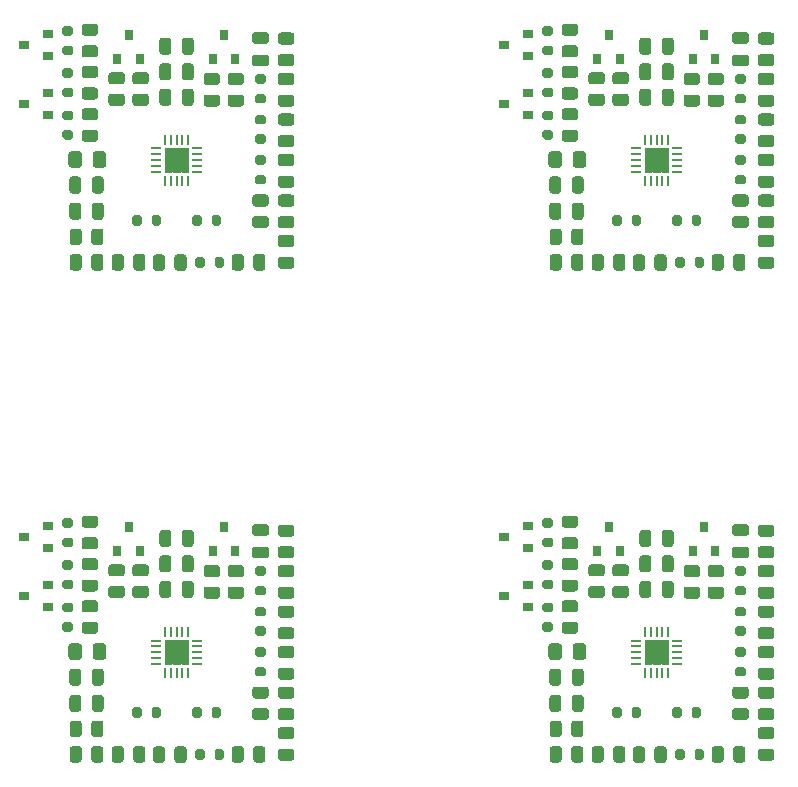
<source format=gtp>
G04 #@! TF.GenerationSoftware,KiCad,Pcbnew,(5.1.10)-1*
G04 #@! TF.CreationDate,2021-08-11T14:43:18-03:00*
G04 #@! TF.ProjectId,BQ25505,42513235-3530-4352-9e6b-696361645f70,rev?*
G04 #@! TF.SameCoordinates,Original*
G04 #@! TF.FileFunction,Paste,Top*
G04 #@! TF.FilePolarity,Positive*
%FSLAX46Y46*%
G04 Gerber Fmt 4.6, Leading zero omitted, Abs format (unit mm)*
G04 Created by KiCad (PCBNEW (5.1.10)-1) date 2021-08-11 14:43:18*
%MOMM*%
%LPD*%
G01*
G04 APERTURE LIST*
%ADD10C,0.100000*%
%ADD11R,0.900000X0.800000*%
%ADD12R,2.050000X2.050000*%
%ADD13R,0.280000X0.850000*%
%ADD14R,0.850000X0.280000*%
%ADD15R,0.800000X0.900000*%
G04 APERTURE END LIST*
D10*
G36*
X215203930Y-150183930D02*
G01*
X215203930Y-150640300D01*
X215518879Y-150640300D01*
X215660300Y-150498879D01*
X215660300Y-150183930D01*
X215203930Y-150183930D01*
G37*
X215203930Y-150183930D02*
X215203930Y-150640300D01*
X215518879Y-150640300D01*
X215660300Y-150498879D01*
X215660300Y-150183930D01*
X215203930Y-150183930D01*
G36*
X215203930Y-150840300D02*
G01*
X215203930Y-151427700D01*
X215518879Y-151427700D01*
X215660300Y-151286279D01*
X215660300Y-150981721D01*
X215518879Y-150840300D01*
X215203930Y-150840300D01*
G37*
X215203930Y-150840300D02*
X215203930Y-151427700D01*
X215518879Y-151427700D01*
X215660300Y-151286279D01*
X215660300Y-150981721D01*
X215518879Y-150840300D01*
X215203930Y-150840300D01*
G36*
X215203930Y-151627700D02*
G01*
X215203930Y-152084070D01*
X215660300Y-152084070D01*
X215660300Y-151769121D01*
X215518879Y-151627700D01*
X215203930Y-151627700D01*
G37*
X215203930Y-151627700D02*
X215203930Y-152084070D01*
X215660300Y-152084070D01*
X215660300Y-151769121D01*
X215518879Y-151627700D01*
X215203930Y-151627700D01*
G36*
X215860300Y-150183930D02*
G01*
X215860300Y-150498879D01*
X216001721Y-150640300D01*
X216306279Y-150640300D01*
X216447700Y-150498879D01*
X216447700Y-150183930D01*
X215860300Y-150183930D01*
G37*
X215860300Y-150183930D02*
X215860300Y-150498879D01*
X216001721Y-150640300D01*
X216306279Y-150640300D01*
X216447700Y-150498879D01*
X216447700Y-150183930D01*
X215860300Y-150183930D01*
G36*
X216001721Y-150840300D02*
G01*
X215860300Y-150981721D01*
X215860300Y-151286279D01*
X216001721Y-151427700D01*
X216306279Y-151427700D01*
X216447700Y-151286279D01*
X216447700Y-150981721D01*
X216306279Y-150840300D01*
X216001721Y-150840300D01*
G37*
X216001721Y-150840300D02*
X215860300Y-150981721D01*
X215860300Y-151286279D01*
X216001721Y-151427700D01*
X216306279Y-151427700D01*
X216447700Y-151286279D01*
X216447700Y-150981721D01*
X216306279Y-150840300D01*
X216001721Y-150840300D01*
G36*
X216001721Y-151627700D02*
G01*
X215860300Y-151769121D01*
X215860300Y-152084070D01*
X216447700Y-152084070D01*
X216447700Y-151769121D01*
X216306279Y-151627700D01*
X216001721Y-151627700D01*
G37*
X216001721Y-151627700D02*
X215860300Y-151769121D01*
X215860300Y-152084070D01*
X216447700Y-152084070D01*
X216447700Y-151769121D01*
X216306279Y-151627700D01*
X216001721Y-151627700D01*
G36*
X216647700Y-150183930D02*
G01*
X216647700Y-150498879D01*
X216789121Y-150640300D01*
X217104070Y-150640300D01*
X217104070Y-150183930D01*
X216647700Y-150183930D01*
G37*
X216647700Y-150183930D02*
X216647700Y-150498879D01*
X216789121Y-150640300D01*
X217104070Y-150640300D01*
X217104070Y-150183930D01*
X216647700Y-150183930D01*
G36*
X216789121Y-150840300D02*
G01*
X216647700Y-150981721D01*
X216647700Y-151286279D01*
X216789121Y-151427700D01*
X217104070Y-151427700D01*
X217104070Y-150840300D01*
X216789121Y-150840300D01*
G37*
X216789121Y-150840300D02*
X216647700Y-150981721D01*
X216647700Y-151286279D01*
X216789121Y-151427700D01*
X217104070Y-151427700D01*
X217104070Y-150840300D01*
X216789121Y-150840300D01*
G36*
X216789121Y-151627700D02*
G01*
X216647700Y-151769121D01*
X216647700Y-152084070D01*
X217104070Y-152084070D01*
X217104070Y-151627700D01*
X216789121Y-151627700D01*
G37*
X216789121Y-151627700D02*
X216647700Y-151769121D01*
X216647700Y-152084070D01*
X217104070Y-152084070D01*
X217104070Y-151627700D01*
X216789121Y-151627700D01*
G36*
X215203930Y-108523930D02*
G01*
X215203930Y-108980300D01*
X215518879Y-108980300D01*
X215660300Y-108838879D01*
X215660300Y-108523930D01*
X215203930Y-108523930D01*
G37*
X215203930Y-108523930D02*
X215203930Y-108980300D01*
X215518879Y-108980300D01*
X215660300Y-108838879D01*
X215660300Y-108523930D01*
X215203930Y-108523930D01*
G36*
X215203930Y-109180300D02*
G01*
X215203930Y-109767700D01*
X215518879Y-109767700D01*
X215660300Y-109626279D01*
X215660300Y-109321721D01*
X215518879Y-109180300D01*
X215203930Y-109180300D01*
G37*
X215203930Y-109180300D02*
X215203930Y-109767700D01*
X215518879Y-109767700D01*
X215660300Y-109626279D01*
X215660300Y-109321721D01*
X215518879Y-109180300D01*
X215203930Y-109180300D01*
G36*
X215203930Y-109967700D02*
G01*
X215203930Y-110424070D01*
X215660300Y-110424070D01*
X215660300Y-110109121D01*
X215518879Y-109967700D01*
X215203930Y-109967700D01*
G37*
X215203930Y-109967700D02*
X215203930Y-110424070D01*
X215660300Y-110424070D01*
X215660300Y-110109121D01*
X215518879Y-109967700D01*
X215203930Y-109967700D01*
G36*
X215860300Y-108523930D02*
G01*
X215860300Y-108838879D01*
X216001721Y-108980300D01*
X216306279Y-108980300D01*
X216447700Y-108838879D01*
X216447700Y-108523930D01*
X215860300Y-108523930D01*
G37*
X215860300Y-108523930D02*
X215860300Y-108838879D01*
X216001721Y-108980300D01*
X216306279Y-108980300D01*
X216447700Y-108838879D01*
X216447700Y-108523930D01*
X215860300Y-108523930D01*
G36*
X216001721Y-109180300D02*
G01*
X215860300Y-109321721D01*
X215860300Y-109626279D01*
X216001721Y-109767700D01*
X216306279Y-109767700D01*
X216447700Y-109626279D01*
X216447700Y-109321721D01*
X216306279Y-109180300D01*
X216001721Y-109180300D01*
G37*
X216001721Y-109180300D02*
X215860300Y-109321721D01*
X215860300Y-109626279D01*
X216001721Y-109767700D01*
X216306279Y-109767700D01*
X216447700Y-109626279D01*
X216447700Y-109321721D01*
X216306279Y-109180300D01*
X216001721Y-109180300D01*
G36*
X216001721Y-109967700D02*
G01*
X215860300Y-110109121D01*
X215860300Y-110424070D01*
X216447700Y-110424070D01*
X216447700Y-110109121D01*
X216306279Y-109967700D01*
X216001721Y-109967700D01*
G37*
X216001721Y-109967700D02*
X215860300Y-110109121D01*
X215860300Y-110424070D01*
X216447700Y-110424070D01*
X216447700Y-110109121D01*
X216306279Y-109967700D01*
X216001721Y-109967700D01*
G36*
X216647700Y-108523930D02*
G01*
X216647700Y-108838879D01*
X216789121Y-108980300D01*
X217104070Y-108980300D01*
X217104070Y-108523930D01*
X216647700Y-108523930D01*
G37*
X216647700Y-108523930D02*
X216647700Y-108838879D01*
X216789121Y-108980300D01*
X217104070Y-108980300D01*
X217104070Y-108523930D01*
X216647700Y-108523930D01*
G36*
X216789121Y-109180300D02*
G01*
X216647700Y-109321721D01*
X216647700Y-109626279D01*
X216789121Y-109767700D01*
X217104070Y-109767700D01*
X217104070Y-109180300D01*
X216789121Y-109180300D01*
G37*
X216789121Y-109180300D02*
X216647700Y-109321721D01*
X216647700Y-109626279D01*
X216789121Y-109767700D01*
X217104070Y-109767700D01*
X217104070Y-109180300D01*
X216789121Y-109180300D01*
G36*
X216789121Y-109967700D02*
G01*
X216647700Y-110109121D01*
X216647700Y-110424070D01*
X217104070Y-110424070D01*
X217104070Y-109967700D01*
X216789121Y-109967700D01*
G37*
X216789121Y-109967700D02*
X216647700Y-110109121D01*
X216647700Y-110424070D01*
X217104070Y-110424070D01*
X217104070Y-109967700D01*
X216789121Y-109967700D01*
G36*
X174563930Y-150183930D02*
G01*
X174563930Y-150640300D01*
X174878879Y-150640300D01*
X175020300Y-150498879D01*
X175020300Y-150183930D01*
X174563930Y-150183930D01*
G37*
X174563930Y-150183930D02*
X174563930Y-150640300D01*
X174878879Y-150640300D01*
X175020300Y-150498879D01*
X175020300Y-150183930D01*
X174563930Y-150183930D01*
G36*
X174563930Y-150840300D02*
G01*
X174563930Y-151427700D01*
X174878879Y-151427700D01*
X175020300Y-151286279D01*
X175020300Y-150981721D01*
X174878879Y-150840300D01*
X174563930Y-150840300D01*
G37*
X174563930Y-150840300D02*
X174563930Y-151427700D01*
X174878879Y-151427700D01*
X175020300Y-151286279D01*
X175020300Y-150981721D01*
X174878879Y-150840300D01*
X174563930Y-150840300D01*
G36*
X174563930Y-151627700D02*
G01*
X174563930Y-152084070D01*
X175020300Y-152084070D01*
X175020300Y-151769121D01*
X174878879Y-151627700D01*
X174563930Y-151627700D01*
G37*
X174563930Y-151627700D02*
X174563930Y-152084070D01*
X175020300Y-152084070D01*
X175020300Y-151769121D01*
X174878879Y-151627700D01*
X174563930Y-151627700D01*
G36*
X175220300Y-150183930D02*
G01*
X175220300Y-150498879D01*
X175361721Y-150640300D01*
X175666279Y-150640300D01*
X175807700Y-150498879D01*
X175807700Y-150183930D01*
X175220300Y-150183930D01*
G37*
X175220300Y-150183930D02*
X175220300Y-150498879D01*
X175361721Y-150640300D01*
X175666279Y-150640300D01*
X175807700Y-150498879D01*
X175807700Y-150183930D01*
X175220300Y-150183930D01*
G36*
X175361721Y-150840300D02*
G01*
X175220300Y-150981721D01*
X175220300Y-151286279D01*
X175361721Y-151427700D01*
X175666279Y-151427700D01*
X175807700Y-151286279D01*
X175807700Y-150981721D01*
X175666279Y-150840300D01*
X175361721Y-150840300D01*
G37*
X175361721Y-150840300D02*
X175220300Y-150981721D01*
X175220300Y-151286279D01*
X175361721Y-151427700D01*
X175666279Y-151427700D01*
X175807700Y-151286279D01*
X175807700Y-150981721D01*
X175666279Y-150840300D01*
X175361721Y-150840300D01*
G36*
X175361721Y-151627700D02*
G01*
X175220300Y-151769121D01*
X175220300Y-152084070D01*
X175807700Y-152084070D01*
X175807700Y-151769121D01*
X175666279Y-151627700D01*
X175361721Y-151627700D01*
G37*
X175361721Y-151627700D02*
X175220300Y-151769121D01*
X175220300Y-152084070D01*
X175807700Y-152084070D01*
X175807700Y-151769121D01*
X175666279Y-151627700D01*
X175361721Y-151627700D01*
G36*
X176007700Y-150183930D02*
G01*
X176007700Y-150498879D01*
X176149121Y-150640300D01*
X176464070Y-150640300D01*
X176464070Y-150183930D01*
X176007700Y-150183930D01*
G37*
X176007700Y-150183930D02*
X176007700Y-150498879D01*
X176149121Y-150640300D01*
X176464070Y-150640300D01*
X176464070Y-150183930D01*
X176007700Y-150183930D01*
G36*
X176149121Y-150840300D02*
G01*
X176007700Y-150981721D01*
X176007700Y-151286279D01*
X176149121Y-151427700D01*
X176464070Y-151427700D01*
X176464070Y-150840300D01*
X176149121Y-150840300D01*
G37*
X176149121Y-150840300D02*
X176007700Y-150981721D01*
X176007700Y-151286279D01*
X176149121Y-151427700D01*
X176464070Y-151427700D01*
X176464070Y-150840300D01*
X176149121Y-150840300D01*
G36*
X176149121Y-151627700D02*
G01*
X176007700Y-151769121D01*
X176007700Y-152084070D01*
X176464070Y-152084070D01*
X176464070Y-151627700D01*
X176149121Y-151627700D01*
G37*
X176149121Y-151627700D02*
X176007700Y-151769121D01*
X176007700Y-152084070D01*
X176464070Y-152084070D01*
X176464070Y-151627700D01*
X176149121Y-151627700D01*
G36*
X176149121Y-109967700D02*
G01*
X176007700Y-110109121D01*
X176007700Y-110424070D01*
X176464070Y-110424070D01*
X176464070Y-109967700D01*
X176149121Y-109967700D01*
G37*
X176149121Y-109967700D02*
X176007700Y-110109121D01*
X176007700Y-110424070D01*
X176464070Y-110424070D01*
X176464070Y-109967700D01*
X176149121Y-109967700D01*
G36*
X176149121Y-109180300D02*
G01*
X176007700Y-109321721D01*
X176007700Y-109626279D01*
X176149121Y-109767700D01*
X176464070Y-109767700D01*
X176464070Y-109180300D01*
X176149121Y-109180300D01*
G37*
X176149121Y-109180300D02*
X176007700Y-109321721D01*
X176007700Y-109626279D01*
X176149121Y-109767700D01*
X176464070Y-109767700D01*
X176464070Y-109180300D01*
X176149121Y-109180300D01*
G36*
X176007700Y-108523930D02*
G01*
X176007700Y-108838879D01*
X176149121Y-108980300D01*
X176464070Y-108980300D01*
X176464070Y-108523930D01*
X176007700Y-108523930D01*
G37*
X176007700Y-108523930D02*
X176007700Y-108838879D01*
X176149121Y-108980300D01*
X176464070Y-108980300D01*
X176464070Y-108523930D01*
X176007700Y-108523930D01*
G36*
X175361721Y-109967700D02*
G01*
X175220300Y-110109121D01*
X175220300Y-110424070D01*
X175807700Y-110424070D01*
X175807700Y-110109121D01*
X175666279Y-109967700D01*
X175361721Y-109967700D01*
G37*
X175361721Y-109967700D02*
X175220300Y-110109121D01*
X175220300Y-110424070D01*
X175807700Y-110424070D01*
X175807700Y-110109121D01*
X175666279Y-109967700D01*
X175361721Y-109967700D01*
G36*
X175361721Y-109180300D02*
G01*
X175220300Y-109321721D01*
X175220300Y-109626279D01*
X175361721Y-109767700D01*
X175666279Y-109767700D01*
X175807700Y-109626279D01*
X175807700Y-109321721D01*
X175666279Y-109180300D01*
X175361721Y-109180300D01*
G37*
X175361721Y-109180300D02*
X175220300Y-109321721D01*
X175220300Y-109626279D01*
X175361721Y-109767700D01*
X175666279Y-109767700D01*
X175807700Y-109626279D01*
X175807700Y-109321721D01*
X175666279Y-109180300D01*
X175361721Y-109180300D01*
G36*
X175220300Y-108523930D02*
G01*
X175220300Y-108838879D01*
X175361721Y-108980300D01*
X175666279Y-108980300D01*
X175807700Y-108838879D01*
X175807700Y-108523930D01*
X175220300Y-108523930D01*
G37*
X175220300Y-108523930D02*
X175220300Y-108838879D01*
X175361721Y-108980300D01*
X175666279Y-108980300D01*
X175807700Y-108838879D01*
X175807700Y-108523930D01*
X175220300Y-108523930D01*
G36*
X174563930Y-109967700D02*
G01*
X174563930Y-110424070D01*
X175020300Y-110424070D01*
X175020300Y-110109121D01*
X174878879Y-109967700D01*
X174563930Y-109967700D01*
G37*
X174563930Y-109967700D02*
X174563930Y-110424070D01*
X175020300Y-110424070D01*
X175020300Y-110109121D01*
X174878879Y-109967700D01*
X174563930Y-109967700D01*
G36*
X174563930Y-109180300D02*
G01*
X174563930Y-109767700D01*
X174878879Y-109767700D01*
X175020300Y-109626279D01*
X175020300Y-109321721D01*
X174878879Y-109180300D01*
X174563930Y-109180300D01*
G37*
X174563930Y-109180300D02*
X174563930Y-109767700D01*
X174878879Y-109767700D01*
X175020300Y-109626279D01*
X175020300Y-109321721D01*
X174878879Y-109180300D01*
X174563930Y-109180300D01*
G36*
X174563930Y-108523930D02*
G01*
X174563930Y-108980300D01*
X174878879Y-108980300D01*
X175020300Y-108838879D01*
X175020300Y-108523930D01*
X174563930Y-108523930D01*
G37*
X174563930Y-108523930D02*
X174563930Y-108980300D01*
X174878879Y-108980300D01*
X175020300Y-108838879D01*
X175020300Y-108523930D01*
X174563930Y-108523930D01*
G36*
G01*
X212389000Y-156489000D02*
X212389000Y-155939000D01*
G75*
G02*
X212589000Y-155739000I200000J0D01*
G01*
X212989000Y-155739000D01*
G75*
G02*
X213189000Y-155939000I0J-200000D01*
G01*
X213189000Y-156489000D01*
G75*
G02*
X212989000Y-156689000I-200000J0D01*
G01*
X212589000Y-156689000D01*
G75*
G02*
X212389000Y-156489000I0J200000D01*
G01*
G37*
G36*
G01*
X214039000Y-156489000D02*
X214039000Y-155939000D01*
G75*
G02*
X214239000Y-155739000I200000J0D01*
G01*
X214639000Y-155739000D01*
G75*
G02*
X214839000Y-155939000I0J-200000D01*
G01*
X214839000Y-156489000D01*
G75*
G02*
X214639000Y-156689000I-200000J0D01*
G01*
X214239000Y-156689000D01*
G75*
G02*
X214039000Y-156489000I0J200000D01*
G01*
G37*
G36*
G01*
X212389000Y-114829000D02*
X212389000Y-114279000D01*
G75*
G02*
X212589000Y-114079000I200000J0D01*
G01*
X212989000Y-114079000D01*
G75*
G02*
X213189000Y-114279000I0J-200000D01*
G01*
X213189000Y-114829000D01*
G75*
G02*
X212989000Y-115029000I-200000J0D01*
G01*
X212589000Y-115029000D01*
G75*
G02*
X212389000Y-114829000I0J200000D01*
G01*
G37*
G36*
G01*
X214039000Y-114829000D02*
X214039000Y-114279000D01*
G75*
G02*
X214239000Y-114079000I200000J0D01*
G01*
X214639000Y-114079000D01*
G75*
G02*
X214839000Y-114279000I0J-200000D01*
G01*
X214839000Y-114829000D01*
G75*
G02*
X214639000Y-115029000I-200000J0D01*
G01*
X214239000Y-115029000D01*
G75*
G02*
X214039000Y-114829000I0J200000D01*
G01*
G37*
G36*
G01*
X171749000Y-156489000D02*
X171749000Y-155939000D01*
G75*
G02*
X171949000Y-155739000I200000J0D01*
G01*
X172349000Y-155739000D01*
G75*
G02*
X172549000Y-155939000I0J-200000D01*
G01*
X172549000Y-156489000D01*
G75*
G02*
X172349000Y-156689000I-200000J0D01*
G01*
X171949000Y-156689000D01*
G75*
G02*
X171749000Y-156489000I0J200000D01*
G01*
G37*
G36*
G01*
X173399000Y-156489000D02*
X173399000Y-155939000D01*
G75*
G02*
X173599000Y-155739000I200000J0D01*
G01*
X173999000Y-155739000D01*
G75*
G02*
X174199000Y-155939000I0J-200000D01*
G01*
X174199000Y-156489000D01*
G75*
G02*
X173999000Y-156689000I-200000J0D01*
G01*
X173599000Y-156689000D01*
G75*
G02*
X173399000Y-156489000I0J200000D01*
G01*
G37*
G36*
G01*
X222978300Y-150721800D02*
X223528300Y-150721800D01*
G75*
G02*
X223728300Y-150921800I0J-200000D01*
G01*
X223728300Y-151321800D01*
G75*
G02*
X223528300Y-151521800I-200000J0D01*
G01*
X222978300Y-151521800D01*
G75*
G02*
X222778300Y-151321800I0J200000D01*
G01*
X222778300Y-150921800D01*
G75*
G02*
X222978300Y-150721800I200000J0D01*
G01*
G37*
G36*
G01*
X222978300Y-152371800D02*
X223528300Y-152371800D01*
G75*
G02*
X223728300Y-152571800I0J-200000D01*
G01*
X223728300Y-152971800D01*
G75*
G02*
X223528300Y-153171800I-200000J0D01*
G01*
X222978300Y-153171800D01*
G75*
G02*
X222778300Y-152971800I0J200000D01*
G01*
X222778300Y-152571800D01*
G75*
G02*
X222978300Y-152371800I200000J0D01*
G01*
G37*
G36*
G01*
X222978300Y-109061800D02*
X223528300Y-109061800D01*
G75*
G02*
X223728300Y-109261800I0J-200000D01*
G01*
X223728300Y-109661800D01*
G75*
G02*
X223528300Y-109861800I-200000J0D01*
G01*
X222978300Y-109861800D01*
G75*
G02*
X222778300Y-109661800I0J200000D01*
G01*
X222778300Y-109261800D01*
G75*
G02*
X222978300Y-109061800I200000J0D01*
G01*
G37*
G36*
G01*
X222978300Y-110711800D02*
X223528300Y-110711800D01*
G75*
G02*
X223728300Y-110911800I0J-200000D01*
G01*
X223728300Y-111311800D01*
G75*
G02*
X223528300Y-111511800I-200000J0D01*
G01*
X222978300Y-111511800D01*
G75*
G02*
X222778300Y-111311800I0J200000D01*
G01*
X222778300Y-110911800D01*
G75*
G02*
X222978300Y-110711800I200000J0D01*
G01*
G37*
G36*
G01*
X182338300Y-150721800D02*
X182888300Y-150721800D01*
G75*
G02*
X183088300Y-150921800I0J-200000D01*
G01*
X183088300Y-151321800D01*
G75*
G02*
X182888300Y-151521800I-200000J0D01*
G01*
X182338300Y-151521800D01*
G75*
G02*
X182138300Y-151321800I0J200000D01*
G01*
X182138300Y-150921800D01*
G75*
G02*
X182338300Y-150721800I200000J0D01*
G01*
G37*
G36*
G01*
X182338300Y-152371800D02*
X182888300Y-152371800D01*
G75*
G02*
X183088300Y-152571800I0J-200000D01*
G01*
X183088300Y-152971800D01*
G75*
G02*
X182888300Y-153171800I-200000J0D01*
G01*
X182338300Y-153171800D01*
G75*
G02*
X182138300Y-152971800I0J200000D01*
G01*
X182138300Y-152571800D01*
G75*
G02*
X182338300Y-152371800I200000J0D01*
G01*
G37*
G36*
G01*
X217469000Y-156489000D02*
X217469000Y-155939000D01*
G75*
G02*
X217669000Y-155739000I200000J0D01*
G01*
X218069000Y-155739000D01*
G75*
G02*
X218269000Y-155939000I0J-200000D01*
G01*
X218269000Y-156489000D01*
G75*
G02*
X218069000Y-156689000I-200000J0D01*
G01*
X217669000Y-156689000D01*
G75*
G02*
X217469000Y-156489000I0J200000D01*
G01*
G37*
G36*
G01*
X219119000Y-156489000D02*
X219119000Y-155939000D01*
G75*
G02*
X219319000Y-155739000I200000J0D01*
G01*
X219719000Y-155739000D01*
G75*
G02*
X219919000Y-155939000I0J-200000D01*
G01*
X219919000Y-156489000D01*
G75*
G02*
X219719000Y-156689000I-200000J0D01*
G01*
X219319000Y-156689000D01*
G75*
G02*
X219119000Y-156489000I0J200000D01*
G01*
G37*
G36*
G01*
X217469000Y-114829000D02*
X217469000Y-114279000D01*
G75*
G02*
X217669000Y-114079000I200000J0D01*
G01*
X218069000Y-114079000D01*
G75*
G02*
X218269000Y-114279000I0J-200000D01*
G01*
X218269000Y-114829000D01*
G75*
G02*
X218069000Y-115029000I-200000J0D01*
G01*
X217669000Y-115029000D01*
G75*
G02*
X217469000Y-114829000I0J200000D01*
G01*
G37*
G36*
G01*
X219119000Y-114829000D02*
X219119000Y-114279000D01*
G75*
G02*
X219319000Y-114079000I200000J0D01*
G01*
X219719000Y-114079000D01*
G75*
G02*
X219919000Y-114279000I0J-200000D01*
G01*
X219919000Y-114829000D01*
G75*
G02*
X219719000Y-115029000I-200000J0D01*
G01*
X219319000Y-115029000D01*
G75*
G02*
X219119000Y-114829000I0J200000D01*
G01*
G37*
G36*
G01*
X176829000Y-156489000D02*
X176829000Y-155939000D01*
G75*
G02*
X177029000Y-155739000I200000J0D01*
G01*
X177429000Y-155739000D01*
G75*
G02*
X177629000Y-155939000I0J-200000D01*
G01*
X177629000Y-156489000D01*
G75*
G02*
X177429000Y-156689000I-200000J0D01*
G01*
X177029000Y-156689000D01*
G75*
G02*
X176829000Y-156489000I0J200000D01*
G01*
G37*
G36*
G01*
X178479000Y-156489000D02*
X178479000Y-155939000D01*
G75*
G02*
X178679000Y-155739000I200000J0D01*
G01*
X179079000Y-155739000D01*
G75*
G02*
X179279000Y-155939000I0J-200000D01*
G01*
X179279000Y-156489000D01*
G75*
G02*
X179079000Y-156689000I-200000J0D01*
G01*
X178679000Y-156689000D01*
G75*
G02*
X178479000Y-156489000I0J200000D01*
G01*
G37*
G36*
G01*
X209047500Y-151520501D02*
X209047500Y-150620499D01*
G75*
G02*
X209297499Y-150370500I249999J0D01*
G01*
X209947501Y-150370500D01*
G75*
G02*
X210197500Y-150620499I0J-249999D01*
G01*
X210197500Y-151520501D01*
G75*
G02*
X209947501Y-151770500I-249999J0D01*
G01*
X209297499Y-151770500D01*
G75*
G02*
X209047500Y-151520501I0J249999D01*
G01*
G37*
G36*
G01*
X206997500Y-151520501D02*
X206997500Y-150620499D01*
G75*
G02*
X207247499Y-150370500I249999J0D01*
G01*
X207897501Y-150370500D01*
G75*
G02*
X208147500Y-150620499I0J-249999D01*
G01*
X208147500Y-151520501D01*
G75*
G02*
X207897501Y-151770500I-249999J0D01*
G01*
X207247499Y-151770500D01*
G75*
G02*
X206997500Y-151520501I0J249999D01*
G01*
G37*
G36*
G01*
X209047500Y-109860501D02*
X209047500Y-108960499D01*
G75*
G02*
X209297499Y-108710500I249999J0D01*
G01*
X209947501Y-108710500D01*
G75*
G02*
X210197500Y-108960499I0J-249999D01*
G01*
X210197500Y-109860501D01*
G75*
G02*
X209947501Y-110110500I-249999J0D01*
G01*
X209297499Y-110110500D01*
G75*
G02*
X209047500Y-109860501I0J249999D01*
G01*
G37*
G36*
G01*
X206997500Y-109860501D02*
X206997500Y-108960499D01*
G75*
G02*
X207247499Y-108710500I249999J0D01*
G01*
X207897501Y-108710500D01*
G75*
G02*
X208147500Y-108960499I0J-249999D01*
G01*
X208147500Y-109860501D01*
G75*
G02*
X207897501Y-110110500I-249999J0D01*
G01*
X207247499Y-110110500D01*
G75*
G02*
X206997500Y-109860501I0J249999D01*
G01*
G37*
G36*
G01*
X168407500Y-151520501D02*
X168407500Y-150620499D01*
G75*
G02*
X168657499Y-150370500I249999J0D01*
G01*
X169307501Y-150370500D01*
G75*
G02*
X169557500Y-150620499I0J-249999D01*
G01*
X169557500Y-151520501D01*
G75*
G02*
X169307501Y-151770500I-249999J0D01*
G01*
X168657499Y-151770500D01*
G75*
G02*
X168407500Y-151520501I0J249999D01*
G01*
G37*
G36*
G01*
X166357500Y-151520501D02*
X166357500Y-150620499D01*
G75*
G02*
X166607499Y-150370500I249999J0D01*
G01*
X167257501Y-150370500D01*
G75*
G02*
X167507500Y-150620499I0J-249999D01*
G01*
X167507500Y-151520501D01*
G75*
G02*
X167257501Y-151770500I-249999J0D01*
G01*
X166607499Y-151770500D01*
G75*
G02*
X166357500Y-151520501I0J249999D01*
G01*
G37*
G36*
G01*
X214704000Y-146275000D02*
X214704000Y-145325000D01*
G75*
G02*
X214954000Y-145075000I250000J0D01*
G01*
X215454000Y-145075000D01*
G75*
G02*
X215704000Y-145325000I0J-250000D01*
G01*
X215704000Y-146275000D01*
G75*
G02*
X215454000Y-146525000I-250000J0D01*
G01*
X214954000Y-146525000D01*
G75*
G02*
X214704000Y-146275000I0J250000D01*
G01*
G37*
G36*
G01*
X216604000Y-146275000D02*
X216604000Y-145325000D01*
G75*
G02*
X216854000Y-145075000I250000J0D01*
G01*
X217354000Y-145075000D01*
G75*
G02*
X217604000Y-145325000I0J-250000D01*
G01*
X217604000Y-146275000D01*
G75*
G02*
X217354000Y-146525000I-250000J0D01*
G01*
X216854000Y-146525000D01*
G75*
G02*
X216604000Y-146275000I0J250000D01*
G01*
G37*
G36*
G01*
X214704000Y-104615000D02*
X214704000Y-103665000D01*
G75*
G02*
X214954000Y-103415000I250000J0D01*
G01*
X215454000Y-103415000D01*
G75*
G02*
X215704000Y-103665000I0J-250000D01*
G01*
X215704000Y-104615000D01*
G75*
G02*
X215454000Y-104865000I-250000J0D01*
G01*
X214954000Y-104865000D01*
G75*
G02*
X214704000Y-104615000I0J250000D01*
G01*
G37*
G36*
G01*
X216604000Y-104615000D02*
X216604000Y-103665000D01*
G75*
G02*
X216854000Y-103415000I250000J0D01*
G01*
X217354000Y-103415000D01*
G75*
G02*
X217604000Y-103665000I0J-250000D01*
G01*
X217604000Y-104615000D01*
G75*
G02*
X217354000Y-104865000I-250000J0D01*
G01*
X216854000Y-104865000D01*
G75*
G02*
X216604000Y-104615000I0J250000D01*
G01*
G37*
G36*
G01*
X174064000Y-146275000D02*
X174064000Y-145325000D01*
G75*
G02*
X174314000Y-145075000I250000J0D01*
G01*
X174814000Y-145075000D01*
G75*
G02*
X175064000Y-145325000I0J-250000D01*
G01*
X175064000Y-146275000D01*
G75*
G02*
X174814000Y-146525000I-250000J0D01*
G01*
X174314000Y-146525000D01*
G75*
G02*
X174064000Y-146275000I0J250000D01*
G01*
G37*
G36*
G01*
X175964000Y-146275000D02*
X175964000Y-145325000D01*
G75*
G02*
X176214000Y-145075000I250000J0D01*
G01*
X176714000Y-145075000D01*
G75*
G02*
X176964000Y-145325000I0J-250000D01*
G01*
X176964000Y-146275000D01*
G75*
G02*
X176714000Y-146525000I-250000J0D01*
G01*
X176214000Y-146525000D01*
G75*
G02*
X175964000Y-146275000I0J250000D01*
G01*
G37*
G36*
G01*
X214704000Y-141957000D02*
X214704000Y-141007000D01*
G75*
G02*
X214954000Y-140757000I250000J0D01*
G01*
X215454000Y-140757000D01*
G75*
G02*
X215704000Y-141007000I0J-250000D01*
G01*
X215704000Y-141957000D01*
G75*
G02*
X215454000Y-142207000I-250000J0D01*
G01*
X214954000Y-142207000D01*
G75*
G02*
X214704000Y-141957000I0J250000D01*
G01*
G37*
G36*
G01*
X216604000Y-141957000D02*
X216604000Y-141007000D01*
G75*
G02*
X216854000Y-140757000I250000J0D01*
G01*
X217354000Y-140757000D01*
G75*
G02*
X217604000Y-141007000I0J-250000D01*
G01*
X217604000Y-141957000D01*
G75*
G02*
X217354000Y-142207000I-250000J0D01*
G01*
X216854000Y-142207000D01*
G75*
G02*
X216604000Y-141957000I0J250000D01*
G01*
G37*
G36*
G01*
X214704000Y-100297000D02*
X214704000Y-99347000D01*
G75*
G02*
X214954000Y-99097000I250000J0D01*
G01*
X215454000Y-99097000D01*
G75*
G02*
X215704000Y-99347000I0J-250000D01*
G01*
X215704000Y-100297000D01*
G75*
G02*
X215454000Y-100547000I-250000J0D01*
G01*
X214954000Y-100547000D01*
G75*
G02*
X214704000Y-100297000I0J250000D01*
G01*
G37*
G36*
G01*
X216604000Y-100297000D02*
X216604000Y-99347000D01*
G75*
G02*
X216854000Y-99097000I250000J0D01*
G01*
X217354000Y-99097000D01*
G75*
G02*
X217604000Y-99347000I0J-250000D01*
G01*
X217604000Y-100297000D01*
G75*
G02*
X217354000Y-100547000I-250000J0D01*
G01*
X216854000Y-100547000D01*
G75*
G02*
X216604000Y-100297000I0J250000D01*
G01*
G37*
G36*
G01*
X174064000Y-141957000D02*
X174064000Y-141007000D01*
G75*
G02*
X174314000Y-140757000I250000J0D01*
G01*
X174814000Y-140757000D01*
G75*
G02*
X175064000Y-141007000I0J-250000D01*
G01*
X175064000Y-141957000D01*
G75*
G02*
X174814000Y-142207000I-250000J0D01*
G01*
X174314000Y-142207000D01*
G75*
G02*
X174064000Y-141957000I0J250000D01*
G01*
G37*
G36*
G01*
X175964000Y-141957000D02*
X175964000Y-141007000D01*
G75*
G02*
X176214000Y-140757000I250000J0D01*
G01*
X176714000Y-140757000D01*
G75*
G02*
X176964000Y-141007000I0J-250000D01*
G01*
X176964000Y-141957000D01*
G75*
G02*
X176714000Y-142207000I-250000J0D01*
G01*
X176214000Y-142207000D01*
G75*
G02*
X175964000Y-141957000I0J250000D01*
G01*
G37*
G36*
G01*
X214704000Y-144116000D02*
X214704000Y-143166000D01*
G75*
G02*
X214954000Y-142916000I250000J0D01*
G01*
X215454000Y-142916000D01*
G75*
G02*
X215704000Y-143166000I0J-250000D01*
G01*
X215704000Y-144116000D01*
G75*
G02*
X215454000Y-144366000I-250000J0D01*
G01*
X214954000Y-144366000D01*
G75*
G02*
X214704000Y-144116000I0J250000D01*
G01*
G37*
G36*
G01*
X216604000Y-144116000D02*
X216604000Y-143166000D01*
G75*
G02*
X216854000Y-142916000I250000J0D01*
G01*
X217354000Y-142916000D01*
G75*
G02*
X217604000Y-143166000I0J-250000D01*
G01*
X217604000Y-144116000D01*
G75*
G02*
X217354000Y-144366000I-250000J0D01*
G01*
X216854000Y-144366000D01*
G75*
G02*
X216604000Y-144116000I0J250000D01*
G01*
G37*
G36*
G01*
X214704000Y-102456000D02*
X214704000Y-101506000D01*
G75*
G02*
X214954000Y-101256000I250000J0D01*
G01*
X215454000Y-101256000D01*
G75*
G02*
X215704000Y-101506000I0J-250000D01*
G01*
X215704000Y-102456000D01*
G75*
G02*
X215454000Y-102706000I-250000J0D01*
G01*
X214954000Y-102706000D01*
G75*
G02*
X214704000Y-102456000I0J250000D01*
G01*
G37*
G36*
G01*
X216604000Y-102456000D02*
X216604000Y-101506000D01*
G75*
G02*
X216854000Y-101256000I250000J0D01*
G01*
X217354000Y-101256000D01*
G75*
G02*
X217604000Y-101506000I0J-250000D01*
G01*
X217604000Y-102456000D01*
G75*
G02*
X217354000Y-102706000I-250000J0D01*
G01*
X216854000Y-102706000D01*
G75*
G02*
X216604000Y-102456000I0J250000D01*
G01*
G37*
G36*
G01*
X174064000Y-144116000D02*
X174064000Y-143166000D01*
G75*
G02*
X174314000Y-142916000I250000J0D01*
G01*
X174814000Y-142916000D01*
G75*
G02*
X175064000Y-143166000I0J-250000D01*
G01*
X175064000Y-144116000D01*
G75*
G02*
X174814000Y-144366000I-250000J0D01*
G01*
X174314000Y-144366000D01*
G75*
G02*
X174064000Y-144116000I0J250000D01*
G01*
G37*
G36*
G01*
X175964000Y-144116000D02*
X175964000Y-143166000D01*
G75*
G02*
X176214000Y-142916000I250000J0D01*
G01*
X176714000Y-142916000D01*
G75*
G02*
X176964000Y-143166000I0J-250000D01*
G01*
X176964000Y-144116000D01*
G75*
G02*
X176714000Y-144366000I-250000J0D01*
G01*
X176214000Y-144366000D01*
G75*
G02*
X175964000Y-144116000I0J250000D01*
G01*
G37*
G36*
G01*
X208084000Y-154977000D02*
X208084000Y-155927000D01*
G75*
G02*
X207834000Y-156177000I-250000J0D01*
G01*
X207334000Y-156177000D01*
G75*
G02*
X207084000Y-155927000I0J250000D01*
G01*
X207084000Y-154977000D01*
G75*
G02*
X207334000Y-154727000I250000J0D01*
G01*
X207834000Y-154727000D01*
G75*
G02*
X208084000Y-154977000I0J-250000D01*
G01*
G37*
G36*
G01*
X209984000Y-154977000D02*
X209984000Y-155927000D01*
G75*
G02*
X209734000Y-156177000I-250000J0D01*
G01*
X209234000Y-156177000D01*
G75*
G02*
X208984000Y-155927000I0J250000D01*
G01*
X208984000Y-154977000D01*
G75*
G02*
X209234000Y-154727000I250000J0D01*
G01*
X209734000Y-154727000D01*
G75*
G02*
X209984000Y-154977000I0J-250000D01*
G01*
G37*
G36*
G01*
X208084000Y-113317000D02*
X208084000Y-114267000D01*
G75*
G02*
X207834000Y-114517000I-250000J0D01*
G01*
X207334000Y-114517000D01*
G75*
G02*
X207084000Y-114267000I0J250000D01*
G01*
X207084000Y-113317000D01*
G75*
G02*
X207334000Y-113067000I250000J0D01*
G01*
X207834000Y-113067000D01*
G75*
G02*
X208084000Y-113317000I0J-250000D01*
G01*
G37*
G36*
G01*
X209984000Y-113317000D02*
X209984000Y-114267000D01*
G75*
G02*
X209734000Y-114517000I-250000J0D01*
G01*
X209234000Y-114517000D01*
G75*
G02*
X208984000Y-114267000I0J250000D01*
G01*
X208984000Y-113317000D01*
G75*
G02*
X209234000Y-113067000I250000J0D01*
G01*
X209734000Y-113067000D01*
G75*
G02*
X209984000Y-113317000I0J-250000D01*
G01*
G37*
G36*
G01*
X167444000Y-154977000D02*
X167444000Y-155927000D01*
G75*
G02*
X167194000Y-156177000I-250000J0D01*
G01*
X166694000Y-156177000D01*
G75*
G02*
X166444000Y-155927000I0J250000D01*
G01*
X166444000Y-154977000D01*
G75*
G02*
X166694000Y-154727000I250000J0D01*
G01*
X167194000Y-154727000D01*
G75*
G02*
X167444000Y-154977000I0J-250000D01*
G01*
G37*
G36*
G01*
X169344000Y-154977000D02*
X169344000Y-155927000D01*
G75*
G02*
X169094000Y-156177000I-250000J0D01*
G01*
X168594000Y-156177000D01*
G75*
G02*
X168344000Y-155927000I0J250000D01*
G01*
X168344000Y-154977000D01*
G75*
G02*
X168594000Y-154727000I250000J0D01*
G01*
X169094000Y-154727000D01*
G75*
G02*
X169344000Y-154977000I0J-250000D01*
G01*
G37*
G36*
G01*
X208084000Y-152754500D02*
X208084000Y-153704500D01*
G75*
G02*
X207834000Y-153954500I-250000J0D01*
G01*
X207334000Y-153954500D01*
G75*
G02*
X207084000Y-153704500I0J250000D01*
G01*
X207084000Y-152754500D01*
G75*
G02*
X207334000Y-152504500I250000J0D01*
G01*
X207834000Y-152504500D01*
G75*
G02*
X208084000Y-152754500I0J-250000D01*
G01*
G37*
G36*
G01*
X209984000Y-152754500D02*
X209984000Y-153704500D01*
G75*
G02*
X209734000Y-153954500I-250000J0D01*
G01*
X209234000Y-153954500D01*
G75*
G02*
X208984000Y-153704500I0J250000D01*
G01*
X208984000Y-152754500D01*
G75*
G02*
X209234000Y-152504500I250000J0D01*
G01*
X209734000Y-152504500D01*
G75*
G02*
X209984000Y-152754500I0J-250000D01*
G01*
G37*
G36*
G01*
X208084000Y-111094500D02*
X208084000Y-112044500D01*
G75*
G02*
X207834000Y-112294500I-250000J0D01*
G01*
X207334000Y-112294500D01*
G75*
G02*
X207084000Y-112044500I0J250000D01*
G01*
X207084000Y-111094500D01*
G75*
G02*
X207334000Y-110844500I250000J0D01*
G01*
X207834000Y-110844500D01*
G75*
G02*
X208084000Y-111094500I0J-250000D01*
G01*
G37*
G36*
G01*
X209984000Y-111094500D02*
X209984000Y-112044500D01*
G75*
G02*
X209734000Y-112294500I-250000J0D01*
G01*
X209234000Y-112294500D01*
G75*
G02*
X208984000Y-112044500I0J250000D01*
G01*
X208984000Y-111094500D01*
G75*
G02*
X209234000Y-110844500I250000J0D01*
G01*
X209734000Y-110844500D01*
G75*
G02*
X209984000Y-111094500I0J-250000D01*
G01*
G37*
G36*
G01*
X167444000Y-152754500D02*
X167444000Y-153704500D01*
G75*
G02*
X167194000Y-153954500I-250000J0D01*
G01*
X166694000Y-153954500D01*
G75*
G02*
X166444000Y-153704500I0J250000D01*
G01*
X166444000Y-152754500D01*
G75*
G02*
X166694000Y-152504500I250000J0D01*
G01*
X167194000Y-152504500D01*
G75*
G02*
X167444000Y-152754500I0J-250000D01*
G01*
G37*
G36*
G01*
X169344000Y-152754500D02*
X169344000Y-153704500D01*
G75*
G02*
X169094000Y-153954500I-250000J0D01*
G01*
X168594000Y-153954500D01*
G75*
G02*
X168344000Y-153704500I0J250000D01*
G01*
X168344000Y-152754500D01*
G75*
G02*
X168594000Y-152504500I250000J0D01*
G01*
X169094000Y-152504500D01*
G75*
G02*
X169344000Y-152754500I0J-250000D01*
G01*
G37*
G36*
G01*
X222978300Y-147292800D02*
X223528300Y-147292800D01*
G75*
G02*
X223728300Y-147492800I0J-200000D01*
G01*
X223728300Y-147892800D01*
G75*
G02*
X223528300Y-148092800I-200000J0D01*
G01*
X222978300Y-148092800D01*
G75*
G02*
X222778300Y-147892800I0J200000D01*
G01*
X222778300Y-147492800D01*
G75*
G02*
X222978300Y-147292800I200000J0D01*
G01*
G37*
G36*
G01*
X222978300Y-148942800D02*
X223528300Y-148942800D01*
G75*
G02*
X223728300Y-149142800I0J-200000D01*
G01*
X223728300Y-149542800D01*
G75*
G02*
X223528300Y-149742800I-200000J0D01*
G01*
X222978300Y-149742800D01*
G75*
G02*
X222778300Y-149542800I0J200000D01*
G01*
X222778300Y-149142800D01*
G75*
G02*
X222978300Y-148942800I200000J0D01*
G01*
G37*
G36*
G01*
X222978300Y-105632800D02*
X223528300Y-105632800D01*
G75*
G02*
X223728300Y-105832800I0J-200000D01*
G01*
X223728300Y-106232800D01*
G75*
G02*
X223528300Y-106432800I-200000J0D01*
G01*
X222978300Y-106432800D01*
G75*
G02*
X222778300Y-106232800I0J200000D01*
G01*
X222778300Y-105832800D01*
G75*
G02*
X222978300Y-105632800I200000J0D01*
G01*
G37*
G36*
G01*
X222978300Y-107282800D02*
X223528300Y-107282800D01*
G75*
G02*
X223728300Y-107482800I0J-200000D01*
G01*
X223728300Y-107882800D01*
G75*
G02*
X223528300Y-108082800I-200000J0D01*
G01*
X222978300Y-108082800D01*
G75*
G02*
X222778300Y-107882800I0J200000D01*
G01*
X222778300Y-107482800D01*
G75*
G02*
X222978300Y-107282800I200000J0D01*
G01*
G37*
G36*
G01*
X182338300Y-147292800D02*
X182888300Y-147292800D01*
G75*
G02*
X183088300Y-147492800I0J-200000D01*
G01*
X183088300Y-147892800D01*
G75*
G02*
X182888300Y-148092800I-200000J0D01*
G01*
X182338300Y-148092800D01*
G75*
G02*
X182138300Y-147892800I0J200000D01*
G01*
X182138300Y-147492800D01*
G75*
G02*
X182338300Y-147292800I200000J0D01*
G01*
G37*
G36*
G01*
X182338300Y-148942800D02*
X182888300Y-148942800D01*
G75*
G02*
X183088300Y-149142800I0J-200000D01*
G01*
X183088300Y-149542800D01*
G75*
G02*
X182888300Y-149742800I-200000J0D01*
G01*
X182338300Y-149742800D01*
G75*
G02*
X182138300Y-149542800I0J200000D01*
G01*
X182138300Y-149142800D01*
G75*
G02*
X182338300Y-148942800I200000J0D01*
G01*
G37*
G36*
G01*
X224974998Y-157456000D02*
X225875002Y-157456000D01*
G75*
G02*
X226125000Y-157705998I0J-249998D01*
G01*
X226125000Y-158231002D01*
G75*
G02*
X225875002Y-158481000I-249998J0D01*
G01*
X224974998Y-158481000D01*
G75*
G02*
X224725000Y-158231002I0J249998D01*
G01*
X224725000Y-157705998D01*
G75*
G02*
X224974998Y-157456000I249998J0D01*
G01*
G37*
G36*
G01*
X224974998Y-159281000D02*
X225875002Y-159281000D01*
G75*
G02*
X226125000Y-159530998I0J-249998D01*
G01*
X226125000Y-160056002D01*
G75*
G02*
X225875002Y-160306000I-249998J0D01*
G01*
X224974998Y-160306000D01*
G75*
G02*
X224725000Y-160056002I0J249998D01*
G01*
X224725000Y-159530998D01*
G75*
G02*
X224974998Y-159281000I249998J0D01*
G01*
G37*
G36*
G01*
X224974998Y-115796000D02*
X225875002Y-115796000D01*
G75*
G02*
X226125000Y-116045998I0J-249998D01*
G01*
X226125000Y-116571002D01*
G75*
G02*
X225875002Y-116821000I-249998J0D01*
G01*
X224974998Y-116821000D01*
G75*
G02*
X224725000Y-116571002I0J249998D01*
G01*
X224725000Y-116045998D01*
G75*
G02*
X224974998Y-115796000I249998J0D01*
G01*
G37*
G36*
G01*
X224974998Y-117621000D02*
X225875002Y-117621000D01*
G75*
G02*
X226125000Y-117870998I0J-249998D01*
G01*
X226125000Y-118396002D01*
G75*
G02*
X225875002Y-118646000I-249998J0D01*
G01*
X224974998Y-118646000D01*
G75*
G02*
X224725000Y-118396002I0J249998D01*
G01*
X224725000Y-117870998D01*
G75*
G02*
X224974998Y-117621000I249998J0D01*
G01*
G37*
G36*
G01*
X184334998Y-157456000D02*
X185235002Y-157456000D01*
G75*
G02*
X185485000Y-157705998I0J-249998D01*
G01*
X185485000Y-158231002D01*
G75*
G02*
X185235002Y-158481000I-249998J0D01*
G01*
X184334998Y-158481000D01*
G75*
G02*
X184085000Y-158231002I0J249998D01*
G01*
X184085000Y-157705998D01*
G75*
G02*
X184334998Y-157456000I249998J0D01*
G01*
G37*
G36*
G01*
X184334998Y-159281000D02*
X185235002Y-159281000D01*
G75*
G02*
X185485000Y-159530998I0J-249998D01*
G01*
X185485000Y-160056002D01*
G75*
G02*
X185235002Y-160306000I-249998J0D01*
G01*
X184334998Y-160306000D01*
G75*
G02*
X184085000Y-160056002I0J249998D01*
G01*
X184085000Y-159530998D01*
G75*
G02*
X184334998Y-159281000I249998J0D01*
G01*
G37*
G36*
G01*
X223716002Y-156877000D02*
X222815998Y-156877000D01*
G75*
G02*
X222566000Y-156627002I0J249998D01*
G01*
X222566000Y-156101998D01*
G75*
G02*
X222815998Y-155852000I249998J0D01*
G01*
X223716002Y-155852000D01*
G75*
G02*
X223966000Y-156101998I0J-249998D01*
G01*
X223966000Y-156627002D01*
G75*
G02*
X223716002Y-156877000I-249998J0D01*
G01*
G37*
G36*
G01*
X223716002Y-155052000D02*
X222815998Y-155052000D01*
G75*
G02*
X222566000Y-154802002I0J249998D01*
G01*
X222566000Y-154276998D01*
G75*
G02*
X222815998Y-154027000I249998J0D01*
G01*
X223716002Y-154027000D01*
G75*
G02*
X223966000Y-154276998I0J-249998D01*
G01*
X223966000Y-154802002D01*
G75*
G02*
X223716002Y-155052000I-249998J0D01*
G01*
G37*
G36*
G01*
X223716002Y-115217000D02*
X222815998Y-115217000D01*
G75*
G02*
X222566000Y-114967002I0J249998D01*
G01*
X222566000Y-114441998D01*
G75*
G02*
X222815998Y-114192000I249998J0D01*
G01*
X223716002Y-114192000D01*
G75*
G02*
X223966000Y-114441998I0J-249998D01*
G01*
X223966000Y-114967002D01*
G75*
G02*
X223716002Y-115217000I-249998J0D01*
G01*
G37*
G36*
G01*
X223716002Y-113392000D02*
X222815998Y-113392000D01*
G75*
G02*
X222566000Y-113142002I0J249998D01*
G01*
X222566000Y-112616998D01*
G75*
G02*
X222815998Y-112367000I249998J0D01*
G01*
X223716002Y-112367000D01*
G75*
G02*
X223966000Y-112616998I0J-249998D01*
G01*
X223966000Y-113142002D01*
G75*
G02*
X223716002Y-113392000I-249998J0D01*
G01*
G37*
G36*
G01*
X183076002Y-156877000D02*
X182175998Y-156877000D01*
G75*
G02*
X181926000Y-156627002I0J249998D01*
G01*
X181926000Y-156101998D01*
G75*
G02*
X182175998Y-155852000I249998J0D01*
G01*
X183076002Y-155852000D01*
G75*
G02*
X183326000Y-156101998I0J-249998D01*
G01*
X183326000Y-156627002D01*
G75*
G02*
X183076002Y-156877000I-249998J0D01*
G01*
G37*
G36*
G01*
X183076002Y-155052000D02*
X182175998Y-155052000D01*
G75*
G02*
X181926000Y-154802002I0J249998D01*
G01*
X181926000Y-154276998D01*
G75*
G02*
X182175998Y-154027000I249998J0D01*
G01*
X183076002Y-154027000D01*
G75*
G02*
X183326000Y-154276998I0J-249998D01*
G01*
X183326000Y-154802002D01*
G75*
G02*
X183076002Y-155052000I-249998J0D01*
G01*
G37*
D11*
X205266800Y-142317700D03*
X205266800Y-140417700D03*
X203266800Y-141367700D03*
X205266800Y-100657700D03*
X205266800Y-98757700D03*
X203266800Y-99707700D03*
X164626800Y-142317700D03*
X164626800Y-140417700D03*
X162626800Y-141367700D03*
G36*
G01*
X223741000Y-143186000D02*
X222791000Y-143186000D01*
G75*
G02*
X222541000Y-142936000I0J250000D01*
G01*
X222541000Y-142436000D01*
G75*
G02*
X222791000Y-142186000I250000J0D01*
G01*
X223741000Y-142186000D01*
G75*
G02*
X223991000Y-142436000I0J-250000D01*
G01*
X223991000Y-142936000D01*
G75*
G02*
X223741000Y-143186000I-250000J0D01*
G01*
G37*
G36*
G01*
X223741000Y-141286000D02*
X222791000Y-141286000D01*
G75*
G02*
X222541000Y-141036000I0J250000D01*
G01*
X222541000Y-140536000D01*
G75*
G02*
X222791000Y-140286000I250000J0D01*
G01*
X223741000Y-140286000D01*
G75*
G02*
X223991000Y-140536000I0J-250000D01*
G01*
X223991000Y-141036000D01*
G75*
G02*
X223741000Y-141286000I-250000J0D01*
G01*
G37*
G36*
G01*
X223741000Y-101526000D02*
X222791000Y-101526000D01*
G75*
G02*
X222541000Y-101276000I0J250000D01*
G01*
X222541000Y-100776000D01*
G75*
G02*
X222791000Y-100526000I250000J0D01*
G01*
X223741000Y-100526000D01*
G75*
G02*
X223991000Y-100776000I0J-250000D01*
G01*
X223991000Y-101276000D01*
G75*
G02*
X223741000Y-101526000I-250000J0D01*
G01*
G37*
G36*
G01*
X223741000Y-99626000D02*
X222791000Y-99626000D01*
G75*
G02*
X222541000Y-99376000I0J250000D01*
G01*
X222541000Y-98876000D01*
G75*
G02*
X222791000Y-98626000I250000J0D01*
G01*
X223741000Y-98626000D01*
G75*
G02*
X223991000Y-98876000I0J-250000D01*
G01*
X223991000Y-99376000D01*
G75*
G02*
X223741000Y-99626000I-250000J0D01*
G01*
G37*
G36*
G01*
X183101000Y-143186000D02*
X182151000Y-143186000D01*
G75*
G02*
X181901000Y-142936000I0J250000D01*
G01*
X181901000Y-142436000D01*
G75*
G02*
X182151000Y-142186000I250000J0D01*
G01*
X183101000Y-142186000D01*
G75*
G02*
X183351000Y-142436000I0J-250000D01*
G01*
X183351000Y-142936000D01*
G75*
G02*
X183101000Y-143186000I-250000J0D01*
G01*
G37*
G36*
G01*
X183101000Y-141286000D02*
X182151000Y-141286000D01*
G75*
G02*
X181901000Y-141036000I0J250000D01*
G01*
X181901000Y-140536000D01*
G75*
G02*
X182151000Y-140286000I250000J0D01*
G01*
X183101000Y-140286000D01*
G75*
G02*
X183351000Y-140536000I0J-250000D01*
G01*
X183351000Y-141036000D01*
G75*
G02*
X183101000Y-141286000I-250000J0D01*
G01*
G37*
G36*
G01*
X206671500Y-141422500D02*
X207221500Y-141422500D01*
G75*
G02*
X207421500Y-141622500I0J-200000D01*
G01*
X207421500Y-142022500D01*
G75*
G02*
X207221500Y-142222500I-200000J0D01*
G01*
X206671500Y-142222500D01*
G75*
G02*
X206471500Y-142022500I0J200000D01*
G01*
X206471500Y-141622500D01*
G75*
G02*
X206671500Y-141422500I200000J0D01*
G01*
G37*
G36*
G01*
X206671500Y-139772500D02*
X207221500Y-139772500D01*
G75*
G02*
X207421500Y-139972500I0J-200000D01*
G01*
X207421500Y-140372500D01*
G75*
G02*
X207221500Y-140572500I-200000J0D01*
G01*
X206671500Y-140572500D01*
G75*
G02*
X206471500Y-140372500I0J200000D01*
G01*
X206471500Y-139972500D01*
G75*
G02*
X206671500Y-139772500I200000J0D01*
G01*
G37*
G36*
G01*
X206671500Y-99762500D02*
X207221500Y-99762500D01*
G75*
G02*
X207421500Y-99962500I0J-200000D01*
G01*
X207421500Y-100362500D01*
G75*
G02*
X207221500Y-100562500I-200000J0D01*
G01*
X206671500Y-100562500D01*
G75*
G02*
X206471500Y-100362500I0J200000D01*
G01*
X206471500Y-99962500D01*
G75*
G02*
X206671500Y-99762500I200000J0D01*
G01*
G37*
G36*
G01*
X206671500Y-98112500D02*
X207221500Y-98112500D01*
G75*
G02*
X207421500Y-98312500I0J-200000D01*
G01*
X207421500Y-98712500D01*
G75*
G02*
X207221500Y-98912500I-200000J0D01*
G01*
X206671500Y-98912500D01*
G75*
G02*
X206471500Y-98712500I0J200000D01*
G01*
X206471500Y-98312500D01*
G75*
G02*
X206671500Y-98112500I200000J0D01*
G01*
G37*
G36*
G01*
X166031500Y-141422500D02*
X166581500Y-141422500D01*
G75*
G02*
X166781500Y-141622500I0J-200000D01*
G01*
X166781500Y-142022500D01*
G75*
G02*
X166581500Y-142222500I-200000J0D01*
G01*
X166031500Y-142222500D01*
G75*
G02*
X165831500Y-142022500I0J200000D01*
G01*
X165831500Y-141622500D01*
G75*
G02*
X166031500Y-141422500I200000J0D01*
G01*
G37*
G36*
G01*
X166031500Y-139772500D02*
X166581500Y-139772500D01*
G75*
G02*
X166781500Y-139972500I0J-200000D01*
G01*
X166781500Y-140372500D01*
G75*
G02*
X166581500Y-140572500I-200000J0D01*
G01*
X166031500Y-140572500D01*
G75*
G02*
X165831500Y-140372500I0J200000D01*
G01*
X165831500Y-139972500D01*
G75*
G02*
X166031500Y-139772500I200000J0D01*
G01*
G37*
X205266800Y-147334200D03*
X205266800Y-145434200D03*
X203266800Y-146384200D03*
X205266800Y-105674200D03*
X205266800Y-103774200D03*
X203266800Y-104724200D03*
X164626800Y-147334200D03*
X164626800Y-145434200D03*
X162626800Y-146384200D03*
G36*
G01*
X206671500Y-148574500D02*
X207221500Y-148574500D01*
G75*
G02*
X207421500Y-148774500I0J-200000D01*
G01*
X207421500Y-149174500D01*
G75*
G02*
X207221500Y-149374500I-200000J0D01*
G01*
X206671500Y-149374500D01*
G75*
G02*
X206471500Y-149174500I0J200000D01*
G01*
X206471500Y-148774500D01*
G75*
G02*
X206671500Y-148574500I200000J0D01*
G01*
G37*
G36*
G01*
X206671500Y-146924500D02*
X207221500Y-146924500D01*
G75*
G02*
X207421500Y-147124500I0J-200000D01*
G01*
X207421500Y-147524500D01*
G75*
G02*
X207221500Y-147724500I-200000J0D01*
G01*
X206671500Y-147724500D01*
G75*
G02*
X206471500Y-147524500I0J200000D01*
G01*
X206471500Y-147124500D01*
G75*
G02*
X206671500Y-146924500I200000J0D01*
G01*
G37*
G36*
G01*
X206671500Y-106914500D02*
X207221500Y-106914500D01*
G75*
G02*
X207421500Y-107114500I0J-200000D01*
G01*
X207421500Y-107514500D01*
G75*
G02*
X207221500Y-107714500I-200000J0D01*
G01*
X206671500Y-107714500D01*
G75*
G02*
X206471500Y-107514500I0J200000D01*
G01*
X206471500Y-107114500D01*
G75*
G02*
X206671500Y-106914500I200000J0D01*
G01*
G37*
G36*
G01*
X206671500Y-105264500D02*
X207221500Y-105264500D01*
G75*
G02*
X207421500Y-105464500I0J-200000D01*
G01*
X207421500Y-105864500D01*
G75*
G02*
X207221500Y-106064500I-200000J0D01*
G01*
X206671500Y-106064500D01*
G75*
G02*
X206471500Y-105864500I0J200000D01*
G01*
X206471500Y-105464500D01*
G75*
G02*
X206671500Y-105264500I200000J0D01*
G01*
G37*
G36*
G01*
X166031500Y-148574500D02*
X166581500Y-148574500D01*
G75*
G02*
X166781500Y-148774500I0J-200000D01*
G01*
X166781500Y-149174500D01*
G75*
G02*
X166581500Y-149374500I-200000J0D01*
G01*
X166031500Y-149374500D01*
G75*
G02*
X165831500Y-149174500I0J200000D01*
G01*
X165831500Y-148774500D01*
G75*
G02*
X166031500Y-148574500I200000J0D01*
G01*
G37*
G36*
G01*
X166031500Y-146924500D02*
X166581500Y-146924500D01*
G75*
G02*
X166781500Y-147124500I0J-200000D01*
G01*
X166781500Y-147524500D01*
G75*
G02*
X166581500Y-147724500I-200000J0D01*
G01*
X166031500Y-147724500D01*
G75*
G02*
X165831500Y-147524500I0J200000D01*
G01*
X165831500Y-147124500D01*
G75*
G02*
X166031500Y-146924500I200000J0D01*
G01*
G37*
G36*
G01*
X208361498Y-148549500D02*
X209261502Y-148549500D01*
G75*
G02*
X209511500Y-148799498I0J-249998D01*
G01*
X209511500Y-149324502D01*
G75*
G02*
X209261502Y-149574500I-249998J0D01*
G01*
X208361498Y-149574500D01*
G75*
G02*
X208111500Y-149324502I0J249998D01*
G01*
X208111500Y-148799498D01*
G75*
G02*
X208361498Y-148549500I249998J0D01*
G01*
G37*
G36*
G01*
X208361498Y-146724500D02*
X209261502Y-146724500D01*
G75*
G02*
X209511500Y-146974498I0J-249998D01*
G01*
X209511500Y-147499502D01*
G75*
G02*
X209261502Y-147749500I-249998J0D01*
G01*
X208361498Y-147749500D01*
G75*
G02*
X208111500Y-147499502I0J249998D01*
G01*
X208111500Y-146974498D01*
G75*
G02*
X208361498Y-146724500I249998J0D01*
G01*
G37*
G36*
G01*
X208361498Y-106889500D02*
X209261502Y-106889500D01*
G75*
G02*
X209511500Y-107139498I0J-249998D01*
G01*
X209511500Y-107664502D01*
G75*
G02*
X209261502Y-107914500I-249998J0D01*
G01*
X208361498Y-107914500D01*
G75*
G02*
X208111500Y-107664502I0J249998D01*
G01*
X208111500Y-107139498D01*
G75*
G02*
X208361498Y-106889500I249998J0D01*
G01*
G37*
G36*
G01*
X208361498Y-105064500D02*
X209261502Y-105064500D01*
G75*
G02*
X209511500Y-105314498I0J-249998D01*
G01*
X209511500Y-105839502D01*
G75*
G02*
X209261502Y-106089500I-249998J0D01*
G01*
X208361498Y-106089500D01*
G75*
G02*
X208111500Y-105839502I0J249998D01*
G01*
X208111500Y-105314498D01*
G75*
G02*
X208361498Y-105064500I249998J0D01*
G01*
G37*
G36*
G01*
X167721498Y-148549500D02*
X168621502Y-148549500D01*
G75*
G02*
X168871500Y-148799498I0J-249998D01*
G01*
X168871500Y-149324502D01*
G75*
G02*
X168621502Y-149574500I-249998J0D01*
G01*
X167721498Y-149574500D01*
G75*
G02*
X167471500Y-149324502I0J249998D01*
G01*
X167471500Y-148799498D01*
G75*
G02*
X167721498Y-148549500I249998J0D01*
G01*
G37*
G36*
G01*
X167721498Y-146724500D02*
X168621502Y-146724500D01*
G75*
G02*
X168871500Y-146974498I0J-249998D01*
G01*
X168871500Y-147499502D01*
G75*
G02*
X168621502Y-147749500I-249998J0D01*
G01*
X167721498Y-147749500D01*
G75*
G02*
X167471500Y-147499502I0J249998D01*
G01*
X167471500Y-146974498D01*
G75*
G02*
X167721498Y-146724500I249998J0D01*
G01*
G37*
G36*
G01*
X208361498Y-141397500D02*
X209261502Y-141397500D01*
G75*
G02*
X209511500Y-141647498I0J-249998D01*
G01*
X209511500Y-142172502D01*
G75*
G02*
X209261502Y-142422500I-249998J0D01*
G01*
X208361498Y-142422500D01*
G75*
G02*
X208111500Y-142172502I0J249998D01*
G01*
X208111500Y-141647498D01*
G75*
G02*
X208361498Y-141397500I249998J0D01*
G01*
G37*
G36*
G01*
X208361498Y-139572500D02*
X209261502Y-139572500D01*
G75*
G02*
X209511500Y-139822498I0J-249998D01*
G01*
X209511500Y-140347502D01*
G75*
G02*
X209261502Y-140597500I-249998J0D01*
G01*
X208361498Y-140597500D01*
G75*
G02*
X208111500Y-140347502I0J249998D01*
G01*
X208111500Y-139822498D01*
G75*
G02*
X208361498Y-139572500I249998J0D01*
G01*
G37*
G36*
G01*
X208361498Y-99737500D02*
X209261502Y-99737500D01*
G75*
G02*
X209511500Y-99987498I0J-249998D01*
G01*
X209511500Y-100512502D01*
G75*
G02*
X209261502Y-100762500I-249998J0D01*
G01*
X208361498Y-100762500D01*
G75*
G02*
X208111500Y-100512502I0J249998D01*
G01*
X208111500Y-99987498D01*
G75*
G02*
X208361498Y-99737500I249998J0D01*
G01*
G37*
G36*
G01*
X208361498Y-97912500D02*
X209261502Y-97912500D01*
G75*
G02*
X209511500Y-98162498I0J-249998D01*
G01*
X209511500Y-98687502D01*
G75*
G02*
X209261502Y-98937500I-249998J0D01*
G01*
X208361498Y-98937500D01*
G75*
G02*
X208111500Y-98687502I0J249998D01*
G01*
X208111500Y-98162498D01*
G75*
G02*
X208361498Y-97912500I249998J0D01*
G01*
G37*
G36*
G01*
X167721498Y-141397500D02*
X168621502Y-141397500D01*
G75*
G02*
X168871500Y-141647498I0J-249998D01*
G01*
X168871500Y-142172502D01*
G75*
G02*
X168621502Y-142422500I-249998J0D01*
G01*
X167721498Y-142422500D01*
G75*
G02*
X167471500Y-142172502I0J249998D01*
G01*
X167471500Y-141647498D01*
G75*
G02*
X167721498Y-141397500I249998J0D01*
G01*
G37*
G36*
G01*
X167721498Y-139572500D02*
X168621502Y-139572500D01*
G75*
G02*
X168871500Y-139822498I0J-249998D01*
G01*
X168871500Y-140347502D01*
G75*
G02*
X168621502Y-140597500I-249998J0D01*
G01*
X167721498Y-140597500D01*
G75*
G02*
X167471500Y-140347502I0J249998D01*
G01*
X167471500Y-139822498D01*
G75*
G02*
X167721498Y-139572500I249998J0D01*
G01*
G37*
G36*
G01*
X217723000Y-160045000D02*
X217723000Y-159495000D01*
G75*
G02*
X217923000Y-159295000I200000J0D01*
G01*
X218323000Y-159295000D01*
G75*
G02*
X218523000Y-159495000I0J-200000D01*
G01*
X218523000Y-160045000D01*
G75*
G02*
X218323000Y-160245000I-200000J0D01*
G01*
X217923000Y-160245000D01*
G75*
G02*
X217723000Y-160045000I0J200000D01*
G01*
G37*
G36*
G01*
X219373000Y-160045000D02*
X219373000Y-159495000D01*
G75*
G02*
X219573000Y-159295000I200000J0D01*
G01*
X219973000Y-159295000D01*
G75*
G02*
X220173000Y-159495000I0J-200000D01*
G01*
X220173000Y-160045000D01*
G75*
G02*
X219973000Y-160245000I-200000J0D01*
G01*
X219573000Y-160245000D01*
G75*
G02*
X219373000Y-160045000I0J200000D01*
G01*
G37*
G36*
G01*
X217723000Y-118385000D02*
X217723000Y-117835000D01*
G75*
G02*
X217923000Y-117635000I200000J0D01*
G01*
X218323000Y-117635000D01*
G75*
G02*
X218523000Y-117835000I0J-200000D01*
G01*
X218523000Y-118385000D01*
G75*
G02*
X218323000Y-118585000I-200000J0D01*
G01*
X217923000Y-118585000D01*
G75*
G02*
X217723000Y-118385000I0J200000D01*
G01*
G37*
G36*
G01*
X219373000Y-118385000D02*
X219373000Y-117835000D01*
G75*
G02*
X219573000Y-117635000I200000J0D01*
G01*
X219973000Y-117635000D01*
G75*
G02*
X220173000Y-117835000I0J-200000D01*
G01*
X220173000Y-118385000D01*
G75*
G02*
X219973000Y-118585000I-200000J0D01*
G01*
X219573000Y-118585000D01*
G75*
G02*
X219373000Y-118385000I0J200000D01*
G01*
G37*
G36*
G01*
X177083000Y-160045000D02*
X177083000Y-159495000D01*
G75*
G02*
X177283000Y-159295000I200000J0D01*
G01*
X177683000Y-159295000D01*
G75*
G02*
X177883000Y-159495000I0J-200000D01*
G01*
X177883000Y-160045000D01*
G75*
G02*
X177683000Y-160245000I-200000J0D01*
G01*
X177283000Y-160245000D01*
G75*
G02*
X177083000Y-160045000I0J200000D01*
G01*
G37*
G36*
G01*
X178733000Y-160045000D02*
X178733000Y-159495000D01*
G75*
G02*
X178933000Y-159295000I200000J0D01*
G01*
X179333000Y-159295000D01*
G75*
G02*
X179533000Y-159495000I0J-200000D01*
G01*
X179533000Y-160045000D01*
G75*
G02*
X179333000Y-160245000I-200000J0D01*
G01*
X178933000Y-160245000D01*
G75*
G02*
X178733000Y-160045000I0J200000D01*
G01*
G37*
G36*
G01*
X206671500Y-144995000D02*
X207221500Y-144995000D01*
G75*
G02*
X207421500Y-145195000I0J-200000D01*
G01*
X207421500Y-145595000D01*
G75*
G02*
X207221500Y-145795000I-200000J0D01*
G01*
X206671500Y-145795000D01*
G75*
G02*
X206471500Y-145595000I0J200000D01*
G01*
X206471500Y-145195000D01*
G75*
G02*
X206671500Y-144995000I200000J0D01*
G01*
G37*
G36*
G01*
X206671500Y-143345000D02*
X207221500Y-143345000D01*
G75*
G02*
X207421500Y-143545000I0J-200000D01*
G01*
X207421500Y-143945000D01*
G75*
G02*
X207221500Y-144145000I-200000J0D01*
G01*
X206671500Y-144145000D01*
G75*
G02*
X206471500Y-143945000I0J200000D01*
G01*
X206471500Y-143545000D01*
G75*
G02*
X206671500Y-143345000I200000J0D01*
G01*
G37*
G36*
G01*
X206671500Y-103335000D02*
X207221500Y-103335000D01*
G75*
G02*
X207421500Y-103535000I0J-200000D01*
G01*
X207421500Y-103935000D01*
G75*
G02*
X207221500Y-104135000I-200000J0D01*
G01*
X206671500Y-104135000D01*
G75*
G02*
X206471500Y-103935000I0J200000D01*
G01*
X206471500Y-103535000D01*
G75*
G02*
X206671500Y-103335000I200000J0D01*
G01*
G37*
G36*
G01*
X206671500Y-101685000D02*
X207221500Y-101685000D01*
G75*
G02*
X207421500Y-101885000I0J-200000D01*
G01*
X207421500Y-102285000D01*
G75*
G02*
X207221500Y-102485000I-200000J0D01*
G01*
X206671500Y-102485000D01*
G75*
G02*
X206471500Y-102285000I0J200000D01*
G01*
X206471500Y-101885000D01*
G75*
G02*
X206671500Y-101685000I200000J0D01*
G01*
G37*
G36*
G01*
X166031500Y-144995000D02*
X166581500Y-144995000D01*
G75*
G02*
X166781500Y-145195000I0J-200000D01*
G01*
X166781500Y-145595000D01*
G75*
G02*
X166581500Y-145795000I-200000J0D01*
G01*
X166031500Y-145795000D01*
G75*
G02*
X165831500Y-145595000I0J200000D01*
G01*
X165831500Y-145195000D01*
G75*
G02*
X166031500Y-144995000I200000J0D01*
G01*
G37*
G36*
G01*
X166031500Y-143345000D02*
X166581500Y-143345000D01*
G75*
G02*
X166781500Y-143545000I0J-200000D01*
G01*
X166781500Y-143945000D01*
G75*
G02*
X166581500Y-144145000I-200000J0D01*
G01*
X166031500Y-144145000D01*
G75*
G02*
X165831500Y-143945000I0J200000D01*
G01*
X165831500Y-143545000D01*
G75*
G02*
X166031500Y-143345000I200000J0D01*
G01*
G37*
G36*
G01*
X224974998Y-154027000D02*
X225875002Y-154027000D01*
G75*
G02*
X226125000Y-154276998I0J-249998D01*
G01*
X226125000Y-154802002D01*
G75*
G02*
X225875002Y-155052000I-249998J0D01*
G01*
X224974998Y-155052000D01*
G75*
G02*
X224725000Y-154802002I0J249998D01*
G01*
X224725000Y-154276998D01*
G75*
G02*
X224974998Y-154027000I249998J0D01*
G01*
G37*
G36*
G01*
X224974998Y-155852000D02*
X225875002Y-155852000D01*
G75*
G02*
X226125000Y-156101998I0J-249998D01*
G01*
X226125000Y-156627002D01*
G75*
G02*
X225875002Y-156877000I-249998J0D01*
G01*
X224974998Y-156877000D01*
G75*
G02*
X224725000Y-156627002I0J249998D01*
G01*
X224725000Y-156101998D01*
G75*
G02*
X224974998Y-155852000I249998J0D01*
G01*
G37*
G36*
G01*
X224974998Y-112367000D02*
X225875002Y-112367000D01*
G75*
G02*
X226125000Y-112616998I0J-249998D01*
G01*
X226125000Y-113142002D01*
G75*
G02*
X225875002Y-113392000I-249998J0D01*
G01*
X224974998Y-113392000D01*
G75*
G02*
X224725000Y-113142002I0J249998D01*
G01*
X224725000Y-112616998D01*
G75*
G02*
X224974998Y-112367000I249998J0D01*
G01*
G37*
G36*
G01*
X224974998Y-114192000D02*
X225875002Y-114192000D01*
G75*
G02*
X226125000Y-114441998I0J-249998D01*
G01*
X226125000Y-114967002D01*
G75*
G02*
X225875002Y-115217000I-249998J0D01*
G01*
X224974998Y-115217000D01*
G75*
G02*
X224725000Y-114967002I0J249998D01*
G01*
X224725000Y-114441998D01*
G75*
G02*
X224974998Y-114192000I249998J0D01*
G01*
G37*
G36*
G01*
X184334998Y-154027000D02*
X185235002Y-154027000D01*
G75*
G02*
X185485000Y-154276998I0J-249998D01*
G01*
X185485000Y-154802002D01*
G75*
G02*
X185235002Y-155052000I-249998J0D01*
G01*
X184334998Y-155052000D01*
G75*
G02*
X184085000Y-154802002I0J249998D01*
G01*
X184085000Y-154276998D01*
G75*
G02*
X184334998Y-154027000I249998J0D01*
G01*
G37*
G36*
G01*
X184334998Y-155852000D02*
X185235002Y-155852000D01*
G75*
G02*
X185485000Y-156101998I0J-249998D01*
G01*
X185485000Y-156627002D01*
G75*
G02*
X185235002Y-156877000I-249998J0D01*
G01*
X184334998Y-156877000D01*
G75*
G02*
X184085000Y-156627002I0J249998D01*
G01*
X184085000Y-156101998D01*
G75*
G02*
X184334998Y-155852000I249998J0D01*
G01*
G37*
G36*
G01*
X208361498Y-144970000D02*
X209261502Y-144970000D01*
G75*
G02*
X209511500Y-145219998I0J-249998D01*
G01*
X209511500Y-145745002D01*
G75*
G02*
X209261502Y-145995000I-249998J0D01*
G01*
X208361498Y-145995000D01*
G75*
G02*
X208111500Y-145745002I0J249998D01*
G01*
X208111500Y-145219998D01*
G75*
G02*
X208361498Y-144970000I249998J0D01*
G01*
G37*
G36*
G01*
X208361498Y-143145000D02*
X209261502Y-143145000D01*
G75*
G02*
X209511500Y-143394998I0J-249998D01*
G01*
X209511500Y-143920002D01*
G75*
G02*
X209261502Y-144170000I-249998J0D01*
G01*
X208361498Y-144170000D01*
G75*
G02*
X208111500Y-143920002I0J249998D01*
G01*
X208111500Y-143394998D01*
G75*
G02*
X208361498Y-143145000I249998J0D01*
G01*
G37*
G36*
G01*
X208361498Y-103310000D02*
X209261502Y-103310000D01*
G75*
G02*
X209511500Y-103559998I0J-249998D01*
G01*
X209511500Y-104085002D01*
G75*
G02*
X209261502Y-104335000I-249998J0D01*
G01*
X208361498Y-104335000D01*
G75*
G02*
X208111500Y-104085002I0J249998D01*
G01*
X208111500Y-103559998D01*
G75*
G02*
X208361498Y-103310000I249998J0D01*
G01*
G37*
G36*
G01*
X208361498Y-101485000D02*
X209261502Y-101485000D01*
G75*
G02*
X209511500Y-101734998I0J-249998D01*
G01*
X209511500Y-102260002D01*
G75*
G02*
X209261502Y-102510000I-249998J0D01*
G01*
X208361498Y-102510000D01*
G75*
G02*
X208111500Y-102260002I0J249998D01*
G01*
X208111500Y-101734998D01*
G75*
G02*
X208361498Y-101485000I249998J0D01*
G01*
G37*
G36*
G01*
X167721498Y-144970000D02*
X168621502Y-144970000D01*
G75*
G02*
X168871500Y-145219998I0J-249998D01*
G01*
X168871500Y-145745002D01*
G75*
G02*
X168621502Y-145995000I-249998J0D01*
G01*
X167721498Y-145995000D01*
G75*
G02*
X167471500Y-145745002I0J249998D01*
G01*
X167471500Y-145219998D01*
G75*
G02*
X167721498Y-144970000I249998J0D01*
G01*
G37*
G36*
G01*
X167721498Y-143145000D02*
X168621502Y-143145000D01*
G75*
G02*
X168871500Y-143394998I0J-249998D01*
G01*
X168871500Y-143920002D01*
G75*
G02*
X168621502Y-144170000I-249998J0D01*
G01*
X167721498Y-144170000D01*
G75*
G02*
X167471500Y-143920002I0J249998D01*
G01*
X167471500Y-143394998D01*
G75*
G02*
X167721498Y-143145000I249998J0D01*
G01*
G37*
G36*
G01*
X224974998Y-150598000D02*
X225875002Y-150598000D01*
G75*
G02*
X226125000Y-150847998I0J-249998D01*
G01*
X226125000Y-151373002D01*
G75*
G02*
X225875002Y-151623000I-249998J0D01*
G01*
X224974998Y-151623000D01*
G75*
G02*
X224725000Y-151373002I0J249998D01*
G01*
X224725000Y-150847998D01*
G75*
G02*
X224974998Y-150598000I249998J0D01*
G01*
G37*
G36*
G01*
X224974998Y-152423000D02*
X225875002Y-152423000D01*
G75*
G02*
X226125000Y-152672998I0J-249998D01*
G01*
X226125000Y-153198002D01*
G75*
G02*
X225875002Y-153448000I-249998J0D01*
G01*
X224974998Y-153448000D01*
G75*
G02*
X224725000Y-153198002I0J249998D01*
G01*
X224725000Y-152672998D01*
G75*
G02*
X224974998Y-152423000I249998J0D01*
G01*
G37*
G36*
G01*
X224974998Y-108938000D02*
X225875002Y-108938000D01*
G75*
G02*
X226125000Y-109187998I0J-249998D01*
G01*
X226125000Y-109713002D01*
G75*
G02*
X225875002Y-109963000I-249998J0D01*
G01*
X224974998Y-109963000D01*
G75*
G02*
X224725000Y-109713002I0J249998D01*
G01*
X224725000Y-109187998D01*
G75*
G02*
X224974998Y-108938000I249998J0D01*
G01*
G37*
G36*
G01*
X224974998Y-110763000D02*
X225875002Y-110763000D01*
G75*
G02*
X226125000Y-111012998I0J-249998D01*
G01*
X226125000Y-111538002D01*
G75*
G02*
X225875002Y-111788000I-249998J0D01*
G01*
X224974998Y-111788000D01*
G75*
G02*
X224725000Y-111538002I0J249998D01*
G01*
X224725000Y-111012998D01*
G75*
G02*
X224974998Y-110763000I249998J0D01*
G01*
G37*
G36*
G01*
X184334998Y-150598000D02*
X185235002Y-150598000D01*
G75*
G02*
X185485000Y-150847998I0J-249998D01*
G01*
X185485000Y-151373002D01*
G75*
G02*
X185235002Y-151623000I-249998J0D01*
G01*
X184334998Y-151623000D01*
G75*
G02*
X184085000Y-151373002I0J249998D01*
G01*
X184085000Y-150847998D01*
G75*
G02*
X184334998Y-150598000I249998J0D01*
G01*
G37*
G36*
G01*
X184334998Y-152423000D02*
X185235002Y-152423000D01*
G75*
G02*
X185485000Y-152672998I0J-249998D01*
G01*
X185485000Y-153198002D01*
G75*
G02*
X185235002Y-153448000I-249998J0D01*
G01*
X184334998Y-153448000D01*
G75*
G02*
X184085000Y-153198002I0J249998D01*
G01*
X184085000Y-152672998D01*
G75*
G02*
X184334998Y-152423000I249998J0D01*
G01*
G37*
G36*
G01*
X207109000Y-160220002D02*
X207109000Y-159319998D01*
G75*
G02*
X207358998Y-159070000I249998J0D01*
G01*
X207884002Y-159070000D01*
G75*
G02*
X208134000Y-159319998I0J-249998D01*
G01*
X208134000Y-160220002D01*
G75*
G02*
X207884002Y-160470000I-249998J0D01*
G01*
X207358998Y-160470000D01*
G75*
G02*
X207109000Y-160220002I0J249998D01*
G01*
G37*
G36*
G01*
X208934000Y-160220002D02*
X208934000Y-159319998D01*
G75*
G02*
X209183998Y-159070000I249998J0D01*
G01*
X209709002Y-159070000D01*
G75*
G02*
X209959000Y-159319998I0J-249998D01*
G01*
X209959000Y-160220002D01*
G75*
G02*
X209709002Y-160470000I-249998J0D01*
G01*
X209183998Y-160470000D01*
G75*
G02*
X208934000Y-160220002I0J249998D01*
G01*
G37*
G36*
G01*
X207109000Y-118560002D02*
X207109000Y-117659998D01*
G75*
G02*
X207358998Y-117410000I249998J0D01*
G01*
X207884002Y-117410000D01*
G75*
G02*
X208134000Y-117659998I0J-249998D01*
G01*
X208134000Y-118560002D01*
G75*
G02*
X207884002Y-118810000I-249998J0D01*
G01*
X207358998Y-118810000D01*
G75*
G02*
X207109000Y-118560002I0J249998D01*
G01*
G37*
G36*
G01*
X208934000Y-118560002D02*
X208934000Y-117659998D01*
G75*
G02*
X209183998Y-117410000I249998J0D01*
G01*
X209709002Y-117410000D01*
G75*
G02*
X209959000Y-117659998I0J-249998D01*
G01*
X209959000Y-118560002D01*
G75*
G02*
X209709002Y-118810000I-249998J0D01*
G01*
X209183998Y-118810000D01*
G75*
G02*
X208934000Y-118560002I0J249998D01*
G01*
G37*
G36*
G01*
X166469000Y-160220002D02*
X166469000Y-159319998D01*
G75*
G02*
X166718998Y-159070000I249998J0D01*
G01*
X167244002Y-159070000D01*
G75*
G02*
X167494000Y-159319998I0J-249998D01*
G01*
X167494000Y-160220002D01*
G75*
G02*
X167244002Y-160470000I-249998J0D01*
G01*
X166718998Y-160470000D01*
G75*
G02*
X166469000Y-160220002I0J249998D01*
G01*
G37*
G36*
G01*
X168294000Y-160220002D02*
X168294000Y-159319998D01*
G75*
G02*
X168543998Y-159070000I249998J0D01*
G01*
X169069002Y-159070000D01*
G75*
G02*
X169319000Y-159319998I0J-249998D01*
G01*
X169319000Y-160220002D01*
G75*
G02*
X169069002Y-160470000I-249998J0D01*
G01*
X168543998Y-160470000D01*
G75*
G02*
X168294000Y-160220002I0J249998D01*
G01*
G37*
G36*
G01*
X224974998Y-140311000D02*
X225875002Y-140311000D01*
G75*
G02*
X226125000Y-140560998I0J-249998D01*
G01*
X226125000Y-141086002D01*
G75*
G02*
X225875002Y-141336000I-249998J0D01*
G01*
X224974998Y-141336000D01*
G75*
G02*
X224725000Y-141086002I0J249998D01*
G01*
X224725000Y-140560998D01*
G75*
G02*
X224974998Y-140311000I249998J0D01*
G01*
G37*
G36*
G01*
X224974998Y-142136000D02*
X225875002Y-142136000D01*
G75*
G02*
X226125000Y-142385998I0J-249998D01*
G01*
X226125000Y-142911002D01*
G75*
G02*
X225875002Y-143161000I-249998J0D01*
G01*
X224974998Y-143161000D01*
G75*
G02*
X224725000Y-142911002I0J249998D01*
G01*
X224725000Y-142385998D01*
G75*
G02*
X224974998Y-142136000I249998J0D01*
G01*
G37*
G36*
G01*
X224974998Y-98651000D02*
X225875002Y-98651000D01*
G75*
G02*
X226125000Y-98900998I0J-249998D01*
G01*
X226125000Y-99426002D01*
G75*
G02*
X225875002Y-99676000I-249998J0D01*
G01*
X224974998Y-99676000D01*
G75*
G02*
X224725000Y-99426002I0J249998D01*
G01*
X224725000Y-98900998D01*
G75*
G02*
X224974998Y-98651000I249998J0D01*
G01*
G37*
G36*
G01*
X224974998Y-100476000D02*
X225875002Y-100476000D01*
G75*
G02*
X226125000Y-100725998I0J-249998D01*
G01*
X226125000Y-101251002D01*
G75*
G02*
X225875002Y-101501000I-249998J0D01*
G01*
X224974998Y-101501000D01*
G75*
G02*
X224725000Y-101251002I0J249998D01*
G01*
X224725000Y-100725998D01*
G75*
G02*
X224974998Y-100476000I249998J0D01*
G01*
G37*
G36*
G01*
X184334998Y-140311000D02*
X185235002Y-140311000D01*
G75*
G02*
X185485000Y-140560998I0J-249998D01*
G01*
X185485000Y-141086002D01*
G75*
G02*
X185235002Y-141336000I-249998J0D01*
G01*
X184334998Y-141336000D01*
G75*
G02*
X184085000Y-141086002I0J249998D01*
G01*
X184085000Y-140560998D01*
G75*
G02*
X184334998Y-140311000I249998J0D01*
G01*
G37*
G36*
G01*
X184334998Y-142136000D02*
X185235002Y-142136000D01*
G75*
G02*
X185485000Y-142385998I0J-249998D01*
G01*
X185485000Y-142911002D01*
G75*
G02*
X185235002Y-143161000I-249998J0D01*
G01*
X184334998Y-143161000D01*
G75*
G02*
X184085000Y-142911002I0J249998D01*
G01*
X184085000Y-142385998D01*
G75*
G02*
X184334998Y-142136000I249998J0D01*
G01*
G37*
G36*
G01*
X210665000Y-160220002D02*
X210665000Y-159319998D01*
G75*
G02*
X210914998Y-159070000I249998J0D01*
G01*
X211440002Y-159070000D01*
G75*
G02*
X211690000Y-159319998I0J-249998D01*
G01*
X211690000Y-160220002D01*
G75*
G02*
X211440002Y-160470000I-249998J0D01*
G01*
X210914998Y-160470000D01*
G75*
G02*
X210665000Y-160220002I0J249998D01*
G01*
G37*
G36*
G01*
X212490000Y-160220002D02*
X212490000Y-159319998D01*
G75*
G02*
X212739998Y-159070000I249998J0D01*
G01*
X213265002Y-159070000D01*
G75*
G02*
X213515000Y-159319998I0J-249998D01*
G01*
X213515000Y-160220002D01*
G75*
G02*
X213265002Y-160470000I-249998J0D01*
G01*
X212739998Y-160470000D01*
G75*
G02*
X212490000Y-160220002I0J249998D01*
G01*
G37*
G36*
G01*
X210665000Y-118560002D02*
X210665000Y-117659998D01*
G75*
G02*
X210914998Y-117410000I249998J0D01*
G01*
X211440002Y-117410000D01*
G75*
G02*
X211690000Y-117659998I0J-249998D01*
G01*
X211690000Y-118560002D01*
G75*
G02*
X211440002Y-118810000I-249998J0D01*
G01*
X210914998Y-118810000D01*
G75*
G02*
X210665000Y-118560002I0J249998D01*
G01*
G37*
G36*
G01*
X212490000Y-118560002D02*
X212490000Y-117659998D01*
G75*
G02*
X212739998Y-117410000I249998J0D01*
G01*
X213265002Y-117410000D01*
G75*
G02*
X213515000Y-117659998I0J-249998D01*
G01*
X213515000Y-118560002D01*
G75*
G02*
X213265002Y-118810000I-249998J0D01*
G01*
X212739998Y-118810000D01*
G75*
G02*
X212490000Y-118560002I0J249998D01*
G01*
G37*
G36*
G01*
X170025000Y-160220002D02*
X170025000Y-159319998D01*
G75*
G02*
X170274998Y-159070000I249998J0D01*
G01*
X170800002Y-159070000D01*
G75*
G02*
X171050000Y-159319998I0J-249998D01*
G01*
X171050000Y-160220002D01*
G75*
G02*
X170800002Y-160470000I-249998J0D01*
G01*
X170274998Y-160470000D01*
G75*
G02*
X170025000Y-160220002I0J249998D01*
G01*
G37*
G36*
G01*
X171850000Y-160220002D02*
X171850000Y-159319998D01*
G75*
G02*
X172099998Y-159070000I249998J0D01*
G01*
X172625002Y-159070000D01*
G75*
G02*
X172875000Y-159319998I0J-249998D01*
G01*
X172875000Y-160220002D01*
G75*
G02*
X172625002Y-160470000I-249998J0D01*
G01*
X172099998Y-160470000D01*
G75*
G02*
X171850000Y-160220002I0J249998D01*
G01*
G37*
D12*
X216154000Y-151134000D03*
D13*
X215153748Y-149409000D03*
X215653874Y-149409000D03*
X216154000Y-149409000D03*
X216654126Y-149409000D03*
X217154252Y-149409000D03*
D14*
X217879000Y-150133999D03*
X217879000Y-150634001D03*
X217879000Y-151134000D03*
X217879000Y-151633999D03*
X217879000Y-152134001D03*
D13*
X217154252Y-152859000D03*
X216654126Y-152859000D03*
X216154000Y-152859000D03*
X215653874Y-152859000D03*
X215153748Y-152859000D03*
D14*
X214429000Y-152134001D03*
X214429000Y-151633999D03*
X214429000Y-151134000D03*
X214429000Y-150634001D03*
X214429000Y-150133999D03*
D12*
X216154000Y-109474000D03*
D13*
X215153748Y-107749000D03*
X215653874Y-107749000D03*
X216154000Y-107749000D03*
X216654126Y-107749000D03*
X217154252Y-107749000D03*
D14*
X217879000Y-108473999D03*
X217879000Y-108974001D03*
X217879000Y-109474000D03*
X217879000Y-109973999D03*
X217879000Y-110474001D03*
D13*
X217154252Y-111199000D03*
X216654126Y-111199000D03*
X216154000Y-111199000D03*
X215653874Y-111199000D03*
X215153748Y-111199000D03*
D14*
X214429000Y-110474001D03*
X214429000Y-109973999D03*
X214429000Y-109474000D03*
X214429000Y-108974001D03*
X214429000Y-108473999D03*
D12*
X175514000Y-151134000D03*
D13*
X174513748Y-149409000D03*
X175013874Y-149409000D03*
X175514000Y-149409000D03*
X176014126Y-149409000D03*
X176514252Y-149409000D03*
D14*
X177239000Y-150133999D03*
X177239000Y-150634001D03*
X177239000Y-151134000D03*
X177239000Y-151633999D03*
X177239000Y-152134001D03*
D13*
X176514252Y-152859000D03*
X176014126Y-152859000D03*
X175514000Y-152859000D03*
X175013874Y-152859000D03*
X174513748Y-152859000D03*
D14*
X173789000Y-152134001D03*
X173789000Y-151633999D03*
X173789000Y-151134000D03*
X173789000Y-150634001D03*
X173789000Y-150133999D03*
G36*
G01*
X220825000Y-160220002D02*
X220825000Y-159319998D01*
G75*
G02*
X221074998Y-159070000I249998J0D01*
G01*
X221600002Y-159070000D01*
G75*
G02*
X221850000Y-159319998I0J-249998D01*
G01*
X221850000Y-160220002D01*
G75*
G02*
X221600002Y-160470000I-249998J0D01*
G01*
X221074998Y-160470000D01*
G75*
G02*
X220825000Y-160220002I0J249998D01*
G01*
G37*
G36*
G01*
X222650000Y-160220002D02*
X222650000Y-159319998D01*
G75*
G02*
X222899998Y-159070000I249998J0D01*
G01*
X223425002Y-159070000D01*
G75*
G02*
X223675000Y-159319998I0J-249998D01*
G01*
X223675000Y-160220002D01*
G75*
G02*
X223425002Y-160470000I-249998J0D01*
G01*
X222899998Y-160470000D01*
G75*
G02*
X222650000Y-160220002I0J249998D01*
G01*
G37*
G36*
G01*
X220825000Y-118560002D02*
X220825000Y-117659998D01*
G75*
G02*
X221074998Y-117410000I249998J0D01*
G01*
X221600002Y-117410000D01*
G75*
G02*
X221850000Y-117659998I0J-249998D01*
G01*
X221850000Y-118560002D01*
G75*
G02*
X221600002Y-118810000I-249998J0D01*
G01*
X221074998Y-118810000D01*
G75*
G02*
X220825000Y-118560002I0J249998D01*
G01*
G37*
G36*
G01*
X222650000Y-118560002D02*
X222650000Y-117659998D01*
G75*
G02*
X222899998Y-117410000I249998J0D01*
G01*
X223425002Y-117410000D01*
G75*
G02*
X223675000Y-117659998I0J-249998D01*
G01*
X223675000Y-118560002D01*
G75*
G02*
X223425002Y-118810000I-249998J0D01*
G01*
X222899998Y-118810000D01*
G75*
G02*
X222650000Y-118560002I0J249998D01*
G01*
G37*
G36*
G01*
X180185000Y-160220002D02*
X180185000Y-159319998D01*
G75*
G02*
X180434998Y-159070000I249998J0D01*
G01*
X180960002Y-159070000D01*
G75*
G02*
X181210000Y-159319998I0J-249998D01*
G01*
X181210000Y-160220002D01*
G75*
G02*
X180960002Y-160470000I-249998J0D01*
G01*
X180434998Y-160470000D01*
G75*
G02*
X180185000Y-160220002I0J249998D01*
G01*
G37*
G36*
G01*
X182010000Y-160220002D02*
X182010000Y-159319998D01*
G75*
G02*
X182259998Y-159070000I249998J0D01*
G01*
X182785002Y-159070000D01*
G75*
G02*
X183035000Y-159319998I0J-249998D01*
G01*
X183035000Y-160220002D01*
G75*
G02*
X182785002Y-160470000I-249998J0D01*
G01*
X182259998Y-160470000D01*
G75*
G02*
X182010000Y-160220002I0J249998D01*
G01*
G37*
G36*
G01*
X213556002Y-146526500D02*
X212655998Y-146526500D01*
G75*
G02*
X212406000Y-146276502I0J249998D01*
G01*
X212406000Y-145751498D01*
G75*
G02*
X212655998Y-145501500I249998J0D01*
G01*
X213556002Y-145501500D01*
G75*
G02*
X213806000Y-145751498I0J-249998D01*
G01*
X213806000Y-146276502D01*
G75*
G02*
X213556002Y-146526500I-249998J0D01*
G01*
G37*
G36*
G01*
X213556002Y-144701500D02*
X212655998Y-144701500D01*
G75*
G02*
X212406000Y-144451502I0J249998D01*
G01*
X212406000Y-143926498D01*
G75*
G02*
X212655998Y-143676500I249998J0D01*
G01*
X213556002Y-143676500D01*
G75*
G02*
X213806000Y-143926498I0J-249998D01*
G01*
X213806000Y-144451502D01*
G75*
G02*
X213556002Y-144701500I-249998J0D01*
G01*
G37*
G36*
G01*
X213556002Y-104866500D02*
X212655998Y-104866500D01*
G75*
G02*
X212406000Y-104616502I0J249998D01*
G01*
X212406000Y-104091498D01*
G75*
G02*
X212655998Y-103841500I249998J0D01*
G01*
X213556002Y-103841500D01*
G75*
G02*
X213806000Y-104091498I0J-249998D01*
G01*
X213806000Y-104616502D01*
G75*
G02*
X213556002Y-104866500I-249998J0D01*
G01*
G37*
G36*
G01*
X213556002Y-103041500D02*
X212655998Y-103041500D01*
G75*
G02*
X212406000Y-102791502I0J249998D01*
G01*
X212406000Y-102266498D01*
G75*
G02*
X212655998Y-102016500I249998J0D01*
G01*
X213556002Y-102016500D01*
G75*
G02*
X213806000Y-102266498I0J-249998D01*
G01*
X213806000Y-102791502D01*
G75*
G02*
X213556002Y-103041500I-249998J0D01*
G01*
G37*
G36*
G01*
X172916002Y-146526500D02*
X172015998Y-146526500D01*
G75*
G02*
X171766000Y-146276502I0J249998D01*
G01*
X171766000Y-145751498D01*
G75*
G02*
X172015998Y-145501500I249998J0D01*
G01*
X172916002Y-145501500D01*
G75*
G02*
X173166000Y-145751498I0J-249998D01*
G01*
X173166000Y-146276502D01*
G75*
G02*
X172916002Y-146526500I-249998J0D01*
G01*
G37*
G36*
G01*
X172916002Y-144701500D02*
X172015998Y-144701500D01*
G75*
G02*
X171766000Y-144451502I0J249998D01*
G01*
X171766000Y-143926498D01*
G75*
G02*
X172015998Y-143676500I249998J0D01*
G01*
X172916002Y-143676500D01*
G75*
G02*
X173166000Y-143926498I0J-249998D01*
G01*
X173166000Y-144451502D01*
G75*
G02*
X172916002Y-144701500I-249998J0D01*
G01*
G37*
D15*
X219204500Y-142545500D03*
X221104500Y-142545500D03*
X220154500Y-140545500D03*
X219204500Y-100885500D03*
X221104500Y-100885500D03*
X220154500Y-98885500D03*
X178564500Y-142545500D03*
X180464500Y-142545500D03*
X179514500Y-140545500D03*
G36*
G01*
X208934000Y-158061002D02*
X208934000Y-157160998D01*
G75*
G02*
X209183998Y-156911000I249998J0D01*
G01*
X209709002Y-156911000D01*
G75*
G02*
X209959000Y-157160998I0J-249998D01*
G01*
X209959000Y-158061002D01*
G75*
G02*
X209709002Y-158311000I-249998J0D01*
G01*
X209183998Y-158311000D01*
G75*
G02*
X208934000Y-158061002I0J249998D01*
G01*
G37*
G36*
G01*
X207109000Y-158061002D02*
X207109000Y-157160998D01*
G75*
G02*
X207358998Y-156911000I249998J0D01*
G01*
X207884002Y-156911000D01*
G75*
G02*
X208134000Y-157160998I0J-249998D01*
G01*
X208134000Y-158061002D01*
G75*
G02*
X207884002Y-158311000I-249998J0D01*
G01*
X207358998Y-158311000D01*
G75*
G02*
X207109000Y-158061002I0J249998D01*
G01*
G37*
G36*
G01*
X208934000Y-116401002D02*
X208934000Y-115500998D01*
G75*
G02*
X209183998Y-115251000I249998J0D01*
G01*
X209709002Y-115251000D01*
G75*
G02*
X209959000Y-115500998I0J-249998D01*
G01*
X209959000Y-116401002D01*
G75*
G02*
X209709002Y-116651000I-249998J0D01*
G01*
X209183998Y-116651000D01*
G75*
G02*
X208934000Y-116401002I0J249998D01*
G01*
G37*
G36*
G01*
X207109000Y-116401002D02*
X207109000Y-115500998D01*
G75*
G02*
X207358998Y-115251000I249998J0D01*
G01*
X207884002Y-115251000D01*
G75*
G02*
X208134000Y-115500998I0J-249998D01*
G01*
X208134000Y-116401002D01*
G75*
G02*
X207884002Y-116651000I-249998J0D01*
G01*
X207358998Y-116651000D01*
G75*
G02*
X207109000Y-116401002I0J249998D01*
G01*
G37*
G36*
G01*
X168294000Y-158061002D02*
X168294000Y-157160998D01*
G75*
G02*
X168543998Y-156911000I249998J0D01*
G01*
X169069002Y-156911000D01*
G75*
G02*
X169319000Y-157160998I0J-249998D01*
G01*
X169319000Y-158061002D01*
G75*
G02*
X169069002Y-158311000I-249998J0D01*
G01*
X168543998Y-158311000D01*
G75*
G02*
X168294000Y-158061002I0J249998D01*
G01*
G37*
G36*
G01*
X166469000Y-158061002D02*
X166469000Y-157160998D01*
G75*
G02*
X166718998Y-156911000I249998J0D01*
G01*
X167244002Y-156911000D01*
G75*
G02*
X167494000Y-157160998I0J-249998D01*
G01*
X167494000Y-158061002D01*
G75*
G02*
X167244002Y-158311000I-249998J0D01*
G01*
X166718998Y-158311000D01*
G75*
G02*
X166469000Y-158061002I0J249998D01*
G01*
G37*
G36*
G01*
X221620502Y-146590000D02*
X220720498Y-146590000D01*
G75*
G02*
X220470500Y-146340002I0J249998D01*
G01*
X220470500Y-145814998D01*
G75*
G02*
X220720498Y-145565000I249998J0D01*
G01*
X221620502Y-145565000D01*
G75*
G02*
X221870500Y-145814998I0J-249998D01*
G01*
X221870500Y-146340002D01*
G75*
G02*
X221620502Y-146590000I-249998J0D01*
G01*
G37*
G36*
G01*
X221620502Y-144765000D02*
X220720498Y-144765000D01*
G75*
G02*
X220470500Y-144515002I0J249998D01*
G01*
X220470500Y-143989998D01*
G75*
G02*
X220720498Y-143740000I249998J0D01*
G01*
X221620502Y-143740000D01*
G75*
G02*
X221870500Y-143989998I0J-249998D01*
G01*
X221870500Y-144515002D01*
G75*
G02*
X221620502Y-144765000I-249998J0D01*
G01*
G37*
G36*
G01*
X221620502Y-104930000D02*
X220720498Y-104930000D01*
G75*
G02*
X220470500Y-104680002I0J249998D01*
G01*
X220470500Y-104154998D01*
G75*
G02*
X220720498Y-103905000I249998J0D01*
G01*
X221620502Y-103905000D01*
G75*
G02*
X221870500Y-104154998I0J-249998D01*
G01*
X221870500Y-104680002D01*
G75*
G02*
X221620502Y-104930000I-249998J0D01*
G01*
G37*
G36*
G01*
X221620502Y-103105000D02*
X220720498Y-103105000D01*
G75*
G02*
X220470500Y-102855002I0J249998D01*
G01*
X220470500Y-102329998D01*
G75*
G02*
X220720498Y-102080000I249998J0D01*
G01*
X221620502Y-102080000D01*
G75*
G02*
X221870500Y-102329998I0J-249998D01*
G01*
X221870500Y-102855002D01*
G75*
G02*
X221620502Y-103105000I-249998J0D01*
G01*
G37*
G36*
G01*
X180980502Y-146590000D02*
X180080498Y-146590000D01*
G75*
G02*
X179830500Y-146340002I0J249998D01*
G01*
X179830500Y-145814998D01*
G75*
G02*
X180080498Y-145565000I249998J0D01*
G01*
X180980502Y-145565000D01*
G75*
G02*
X181230500Y-145814998I0J-249998D01*
G01*
X181230500Y-146340002D01*
G75*
G02*
X180980502Y-146590000I-249998J0D01*
G01*
G37*
G36*
G01*
X180980502Y-144765000D02*
X180080498Y-144765000D01*
G75*
G02*
X179830500Y-144515002I0J249998D01*
G01*
X179830500Y-143989998D01*
G75*
G02*
X180080498Y-143740000I249998J0D01*
G01*
X180980502Y-143740000D01*
G75*
G02*
X181230500Y-143989998I0J-249998D01*
G01*
X181230500Y-144515002D01*
G75*
G02*
X180980502Y-144765000I-249998J0D01*
G01*
G37*
G36*
G01*
X214154960Y-160247942D02*
X214154960Y-159347938D01*
G75*
G02*
X214404958Y-159097940I249998J0D01*
G01*
X214929962Y-159097940D01*
G75*
G02*
X215179960Y-159347938I0J-249998D01*
G01*
X215179960Y-160247942D01*
G75*
G02*
X214929962Y-160497940I-249998J0D01*
G01*
X214404958Y-160497940D01*
G75*
G02*
X214154960Y-160247942I0J249998D01*
G01*
G37*
G36*
G01*
X215979960Y-160247942D02*
X215979960Y-159347938D01*
G75*
G02*
X216229958Y-159097940I249998J0D01*
G01*
X216754962Y-159097940D01*
G75*
G02*
X217004960Y-159347938I0J-249998D01*
G01*
X217004960Y-160247942D01*
G75*
G02*
X216754962Y-160497940I-249998J0D01*
G01*
X216229958Y-160497940D01*
G75*
G02*
X215979960Y-160247942I0J249998D01*
G01*
G37*
G36*
G01*
X214154960Y-118587942D02*
X214154960Y-117687938D01*
G75*
G02*
X214404958Y-117437940I249998J0D01*
G01*
X214929962Y-117437940D01*
G75*
G02*
X215179960Y-117687938I0J-249998D01*
G01*
X215179960Y-118587942D01*
G75*
G02*
X214929962Y-118837940I-249998J0D01*
G01*
X214404958Y-118837940D01*
G75*
G02*
X214154960Y-118587942I0J249998D01*
G01*
G37*
G36*
G01*
X215979960Y-118587942D02*
X215979960Y-117687938D01*
G75*
G02*
X216229958Y-117437940I249998J0D01*
G01*
X216754962Y-117437940D01*
G75*
G02*
X217004960Y-117687938I0J-249998D01*
G01*
X217004960Y-118587942D01*
G75*
G02*
X216754962Y-118837940I-249998J0D01*
G01*
X216229958Y-118837940D01*
G75*
G02*
X215979960Y-118587942I0J249998D01*
G01*
G37*
G36*
G01*
X173514960Y-160247942D02*
X173514960Y-159347938D01*
G75*
G02*
X173764958Y-159097940I249998J0D01*
G01*
X174289962Y-159097940D01*
G75*
G02*
X174539960Y-159347938I0J-249998D01*
G01*
X174539960Y-160247942D01*
G75*
G02*
X174289962Y-160497940I-249998J0D01*
G01*
X173764958Y-160497940D01*
G75*
G02*
X173514960Y-160247942I0J249998D01*
G01*
G37*
G36*
G01*
X175339960Y-160247942D02*
X175339960Y-159347938D01*
G75*
G02*
X175589958Y-159097940I249998J0D01*
G01*
X176114962Y-159097940D01*
G75*
G02*
X176364960Y-159347938I0J-249998D01*
G01*
X176364960Y-160247942D01*
G75*
G02*
X176114962Y-160497940I-249998J0D01*
G01*
X175589958Y-160497940D01*
G75*
G02*
X175339960Y-160247942I0J249998D01*
G01*
G37*
G36*
G01*
X224974998Y-147169000D02*
X225875002Y-147169000D01*
G75*
G02*
X226125000Y-147418998I0J-249998D01*
G01*
X226125000Y-147944002D01*
G75*
G02*
X225875002Y-148194000I-249998J0D01*
G01*
X224974998Y-148194000D01*
G75*
G02*
X224725000Y-147944002I0J249998D01*
G01*
X224725000Y-147418998D01*
G75*
G02*
X224974998Y-147169000I249998J0D01*
G01*
G37*
G36*
G01*
X224974998Y-148994000D02*
X225875002Y-148994000D01*
G75*
G02*
X226125000Y-149243998I0J-249998D01*
G01*
X226125000Y-149769002D01*
G75*
G02*
X225875002Y-150019000I-249998J0D01*
G01*
X224974998Y-150019000D01*
G75*
G02*
X224725000Y-149769002I0J249998D01*
G01*
X224725000Y-149243998D01*
G75*
G02*
X224974998Y-148994000I249998J0D01*
G01*
G37*
G36*
G01*
X224974998Y-105509000D02*
X225875002Y-105509000D01*
G75*
G02*
X226125000Y-105758998I0J-249998D01*
G01*
X226125000Y-106284002D01*
G75*
G02*
X225875002Y-106534000I-249998J0D01*
G01*
X224974998Y-106534000D01*
G75*
G02*
X224725000Y-106284002I0J249998D01*
G01*
X224725000Y-105758998D01*
G75*
G02*
X224974998Y-105509000I249998J0D01*
G01*
G37*
G36*
G01*
X224974998Y-107334000D02*
X225875002Y-107334000D01*
G75*
G02*
X226125000Y-107583998I0J-249998D01*
G01*
X226125000Y-108109002D01*
G75*
G02*
X225875002Y-108359000I-249998J0D01*
G01*
X224974998Y-108359000D01*
G75*
G02*
X224725000Y-108109002I0J249998D01*
G01*
X224725000Y-107583998D01*
G75*
G02*
X224974998Y-107334000I249998J0D01*
G01*
G37*
G36*
G01*
X184334998Y-147169000D02*
X185235002Y-147169000D01*
G75*
G02*
X185485000Y-147418998I0J-249998D01*
G01*
X185485000Y-147944002D01*
G75*
G02*
X185235002Y-148194000I-249998J0D01*
G01*
X184334998Y-148194000D01*
G75*
G02*
X184085000Y-147944002I0J249998D01*
G01*
X184085000Y-147418998D01*
G75*
G02*
X184334998Y-147169000I249998J0D01*
G01*
G37*
G36*
G01*
X184334998Y-148994000D02*
X185235002Y-148994000D01*
G75*
G02*
X185485000Y-149243998I0J-249998D01*
G01*
X185485000Y-149769002D01*
G75*
G02*
X185235002Y-150019000I-249998J0D01*
G01*
X184334998Y-150019000D01*
G75*
G02*
X184085000Y-149769002I0J249998D01*
G01*
X184085000Y-149243998D01*
G75*
G02*
X184334998Y-148994000I249998J0D01*
G01*
G37*
G36*
G01*
X210623998Y-143676500D02*
X211524002Y-143676500D01*
G75*
G02*
X211774000Y-143926498I0J-249998D01*
G01*
X211774000Y-144451502D01*
G75*
G02*
X211524002Y-144701500I-249998J0D01*
G01*
X210623998Y-144701500D01*
G75*
G02*
X210374000Y-144451502I0J249998D01*
G01*
X210374000Y-143926498D01*
G75*
G02*
X210623998Y-143676500I249998J0D01*
G01*
G37*
G36*
G01*
X210623998Y-145501500D02*
X211524002Y-145501500D01*
G75*
G02*
X211774000Y-145751498I0J-249998D01*
G01*
X211774000Y-146276502D01*
G75*
G02*
X211524002Y-146526500I-249998J0D01*
G01*
X210623998Y-146526500D01*
G75*
G02*
X210374000Y-146276502I0J249998D01*
G01*
X210374000Y-145751498D01*
G75*
G02*
X210623998Y-145501500I249998J0D01*
G01*
G37*
G36*
G01*
X210623998Y-102016500D02*
X211524002Y-102016500D01*
G75*
G02*
X211774000Y-102266498I0J-249998D01*
G01*
X211774000Y-102791502D01*
G75*
G02*
X211524002Y-103041500I-249998J0D01*
G01*
X210623998Y-103041500D01*
G75*
G02*
X210374000Y-102791502I0J249998D01*
G01*
X210374000Y-102266498D01*
G75*
G02*
X210623998Y-102016500I249998J0D01*
G01*
G37*
G36*
G01*
X210623998Y-103841500D02*
X211524002Y-103841500D01*
G75*
G02*
X211774000Y-104091498I0J-249998D01*
G01*
X211774000Y-104616502D01*
G75*
G02*
X211524002Y-104866500I-249998J0D01*
G01*
X210623998Y-104866500D01*
G75*
G02*
X210374000Y-104616502I0J249998D01*
G01*
X210374000Y-104091498D01*
G75*
G02*
X210623998Y-103841500I249998J0D01*
G01*
G37*
G36*
G01*
X169983998Y-143676500D02*
X170884002Y-143676500D01*
G75*
G02*
X171134000Y-143926498I0J-249998D01*
G01*
X171134000Y-144451502D01*
G75*
G02*
X170884002Y-144701500I-249998J0D01*
G01*
X169983998Y-144701500D01*
G75*
G02*
X169734000Y-144451502I0J249998D01*
G01*
X169734000Y-143926498D01*
G75*
G02*
X169983998Y-143676500I249998J0D01*
G01*
G37*
G36*
G01*
X169983998Y-145501500D02*
X170884002Y-145501500D01*
G75*
G02*
X171134000Y-145751498I0J-249998D01*
G01*
X171134000Y-146276502D01*
G75*
G02*
X170884002Y-146526500I-249998J0D01*
G01*
X169983998Y-146526500D01*
G75*
G02*
X169734000Y-146276502I0J249998D01*
G01*
X169734000Y-145751498D01*
G75*
G02*
X169983998Y-145501500I249998J0D01*
G01*
G37*
G36*
G01*
X222978300Y-143863800D02*
X223528300Y-143863800D01*
G75*
G02*
X223728300Y-144063800I0J-200000D01*
G01*
X223728300Y-144463800D01*
G75*
G02*
X223528300Y-144663800I-200000J0D01*
G01*
X222978300Y-144663800D01*
G75*
G02*
X222778300Y-144463800I0J200000D01*
G01*
X222778300Y-144063800D01*
G75*
G02*
X222978300Y-143863800I200000J0D01*
G01*
G37*
G36*
G01*
X222978300Y-145513800D02*
X223528300Y-145513800D01*
G75*
G02*
X223728300Y-145713800I0J-200000D01*
G01*
X223728300Y-146113800D01*
G75*
G02*
X223528300Y-146313800I-200000J0D01*
G01*
X222978300Y-146313800D01*
G75*
G02*
X222778300Y-146113800I0J200000D01*
G01*
X222778300Y-145713800D01*
G75*
G02*
X222978300Y-145513800I200000J0D01*
G01*
G37*
G36*
G01*
X222978300Y-102203800D02*
X223528300Y-102203800D01*
G75*
G02*
X223728300Y-102403800I0J-200000D01*
G01*
X223728300Y-102803800D01*
G75*
G02*
X223528300Y-103003800I-200000J0D01*
G01*
X222978300Y-103003800D01*
G75*
G02*
X222778300Y-102803800I0J200000D01*
G01*
X222778300Y-102403800D01*
G75*
G02*
X222978300Y-102203800I200000J0D01*
G01*
G37*
G36*
G01*
X222978300Y-103853800D02*
X223528300Y-103853800D01*
G75*
G02*
X223728300Y-104053800I0J-200000D01*
G01*
X223728300Y-104453800D01*
G75*
G02*
X223528300Y-104653800I-200000J0D01*
G01*
X222978300Y-104653800D01*
G75*
G02*
X222778300Y-104453800I0J200000D01*
G01*
X222778300Y-104053800D01*
G75*
G02*
X222978300Y-103853800I200000J0D01*
G01*
G37*
G36*
G01*
X182338300Y-143863800D02*
X182888300Y-143863800D01*
G75*
G02*
X183088300Y-144063800I0J-200000D01*
G01*
X183088300Y-144463800D01*
G75*
G02*
X182888300Y-144663800I-200000J0D01*
G01*
X182338300Y-144663800D01*
G75*
G02*
X182138300Y-144463800I0J200000D01*
G01*
X182138300Y-144063800D01*
G75*
G02*
X182338300Y-143863800I200000J0D01*
G01*
G37*
G36*
G01*
X182338300Y-145513800D02*
X182888300Y-145513800D01*
G75*
G02*
X183088300Y-145713800I0J-200000D01*
G01*
X183088300Y-146113800D01*
G75*
G02*
X182888300Y-146313800I-200000J0D01*
G01*
X182338300Y-146313800D01*
G75*
G02*
X182138300Y-146113800I0J200000D01*
G01*
X182138300Y-145713800D01*
G75*
G02*
X182338300Y-145513800I200000J0D01*
G01*
G37*
X211140000Y-142545500D03*
X213040000Y-142545500D03*
X212090000Y-140545500D03*
X211140000Y-100885500D03*
X213040000Y-100885500D03*
X212090000Y-98885500D03*
X170500000Y-142545500D03*
X172400000Y-142545500D03*
X171450000Y-140545500D03*
G36*
G01*
X218688498Y-143740000D02*
X219588502Y-143740000D01*
G75*
G02*
X219838500Y-143989998I0J-249998D01*
G01*
X219838500Y-144515002D01*
G75*
G02*
X219588502Y-144765000I-249998J0D01*
G01*
X218688498Y-144765000D01*
G75*
G02*
X218438500Y-144515002I0J249998D01*
G01*
X218438500Y-143989998D01*
G75*
G02*
X218688498Y-143740000I249998J0D01*
G01*
G37*
G36*
G01*
X218688498Y-145565000D02*
X219588502Y-145565000D01*
G75*
G02*
X219838500Y-145814998I0J-249998D01*
G01*
X219838500Y-146340002D01*
G75*
G02*
X219588502Y-146590000I-249998J0D01*
G01*
X218688498Y-146590000D01*
G75*
G02*
X218438500Y-146340002I0J249998D01*
G01*
X218438500Y-145814998D01*
G75*
G02*
X218688498Y-145565000I249998J0D01*
G01*
G37*
G36*
G01*
X218688498Y-102080000D02*
X219588502Y-102080000D01*
G75*
G02*
X219838500Y-102329998I0J-249998D01*
G01*
X219838500Y-102855002D01*
G75*
G02*
X219588502Y-103105000I-249998J0D01*
G01*
X218688498Y-103105000D01*
G75*
G02*
X218438500Y-102855002I0J249998D01*
G01*
X218438500Y-102329998D01*
G75*
G02*
X218688498Y-102080000I249998J0D01*
G01*
G37*
G36*
G01*
X218688498Y-103905000D02*
X219588502Y-103905000D01*
G75*
G02*
X219838500Y-104154998I0J-249998D01*
G01*
X219838500Y-104680002D01*
G75*
G02*
X219588502Y-104930000I-249998J0D01*
G01*
X218688498Y-104930000D01*
G75*
G02*
X218438500Y-104680002I0J249998D01*
G01*
X218438500Y-104154998D01*
G75*
G02*
X218688498Y-103905000I249998J0D01*
G01*
G37*
G36*
G01*
X178048498Y-143740000D02*
X178948502Y-143740000D01*
G75*
G02*
X179198500Y-143989998I0J-249998D01*
G01*
X179198500Y-144515002D01*
G75*
G02*
X178948502Y-144765000I-249998J0D01*
G01*
X178048498Y-144765000D01*
G75*
G02*
X177798500Y-144515002I0J249998D01*
G01*
X177798500Y-143989998D01*
G75*
G02*
X178048498Y-143740000I249998J0D01*
G01*
G37*
G36*
G01*
X178048498Y-145565000D02*
X178948502Y-145565000D01*
G75*
G02*
X179198500Y-145814998I0J-249998D01*
G01*
X179198500Y-146340002D01*
G75*
G02*
X178948502Y-146590000I-249998J0D01*
G01*
X178048498Y-146590000D01*
G75*
G02*
X177798500Y-146340002I0J249998D01*
G01*
X177798500Y-145814998D01*
G75*
G02*
X178048498Y-145565000I249998J0D01*
G01*
G37*
G36*
G01*
X224974998Y-143740000D02*
X225875002Y-143740000D01*
G75*
G02*
X226125000Y-143989998I0J-249998D01*
G01*
X226125000Y-144515002D01*
G75*
G02*
X225875002Y-144765000I-249998J0D01*
G01*
X224974998Y-144765000D01*
G75*
G02*
X224725000Y-144515002I0J249998D01*
G01*
X224725000Y-143989998D01*
G75*
G02*
X224974998Y-143740000I249998J0D01*
G01*
G37*
G36*
G01*
X224974998Y-145565000D02*
X225875002Y-145565000D01*
G75*
G02*
X226125000Y-145814998I0J-249998D01*
G01*
X226125000Y-146340002D01*
G75*
G02*
X225875002Y-146590000I-249998J0D01*
G01*
X224974998Y-146590000D01*
G75*
G02*
X224725000Y-146340002I0J249998D01*
G01*
X224725000Y-145814998D01*
G75*
G02*
X224974998Y-145565000I249998J0D01*
G01*
G37*
G36*
G01*
X224974998Y-102080000D02*
X225875002Y-102080000D01*
G75*
G02*
X226125000Y-102329998I0J-249998D01*
G01*
X226125000Y-102855002D01*
G75*
G02*
X225875002Y-103105000I-249998J0D01*
G01*
X224974998Y-103105000D01*
G75*
G02*
X224725000Y-102855002I0J249998D01*
G01*
X224725000Y-102329998D01*
G75*
G02*
X224974998Y-102080000I249998J0D01*
G01*
G37*
G36*
G01*
X224974998Y-103905000D02*
X225875002Y-103905000D01*
G75*
G02*
X226125000Y-104154998I0J-249998D01*
G01*
X226125000Y-104680002D01*
G75*
G02*
X225875002Y-104930000I-249998J0D01*
G01*
X224974998Y-104930000D01*
G75*
G02*
X224725000Y-104680002I0J249998D01*
G01*
X224725000Y-104154998D01*
G75*
G02*
X224974998Y-103905000I249998J0D01*
G01*
G37*
G36*
G01*
X184334998Y-143740000D02*
X185235002Y-143740000D01*
G75*
G02*
X185485000Y-143989998I0J-249998D01*
G01*
X185485000Y-144515002D01*
G75*
G02*
X185235002Y-144765000I-249998J0D01*
G01*
X184334998Y-144765000D01*
G75*
G02*
X184085000Y-144515002I0J249998D01*
G01*
X184085000Y-143989998D01*
G75*
G02*
X184334998Y-143740000I249998J0D01*
G01*
G37*
G36*
G01*
X184334998Y-145565000D02*
X185235002Y-145565000D01*
G75*
G02*
X185485000Y-145814998I0J-249998D01*
G01*
X185485000Y-146340002D01*
G75*
G02*
X185235002Y-146590000I-249998J0D01*
G01*
X184334998Y-146590000D01*
G75*
G02*
X184085000Y-146340002I0J249998D01*
G01*
X184085000Y-145814998D01*
G75*
G02*
X184334998Y-145565000I249998J0D01*
G01*
G37*
G36*
G01*
X183101000Y-99626000D02*
X182151000Y-99626000D01*
G75*
G02*
X181901000Y-99376000I0J250000D01*
G01*
X181901000Y-98876000D01*
G75*
G02*
X182151000Y-98626000I250000J0D01*
G01*
X183101000Y-98626000D01*
G75*
G02*
X183351000Y-98876000I0J-250000D01*
G01*
X183351000Y-99376000D01*
G75*
G02*
X183101000Y-99626000I-250000J0D01*
G01*
G37*
G36*
G01*
X183101000Y-101526000D02*
X182151000Y-101526000D01*
G75*
G02*
X181901000Y-101276000I0J250000D01*
G01*
X181901000Y-100776000D01*
G75*
G02*
X182151000Y-100526000I250000J0D01*
G01*
X183101000Y-100526000D01*
G75*
G02*
X183351000Y-100776000I0J-250000D01*
G01*
X183351000Y-101276000D01*
G75*
G02*
X183101000Y-101526000I-250000J0D01*
G01*
G37*
G36*
G01*
X178733000Y-118385000D02*
X178733000Y-117835000D01*
G75*
G02*
X178933000Y-117635000I200000J0D01*
G01*
X179333000Y-117635000D01*
G75*
G02*
X179533000Y-117835000I0J-200000D01*
G01*
X179533000Y-118385000D01*
G75*
G02*
X179333000Y-118585000I-200000J0D01*
G01*
X178933000Y-118585000D01*
G75*
G02*
X178733000Y-118385000I0J200000D01*
G01*
G37*
G36*
G01*
X177083000Y-118385000D02*
X177083000Y-117835000D01*
G75*
G02*
X177283000Y-117635000I200000J0D01*
G01*
X177683000Y-117635000D01*
G75*
G02*
X177883000Y-117835000I0J-200000D01*
G01*
X177883000Y-118385000D01*
G75*
G02*
X177683000Y-118585000I-200000J0D01*
G01*
X177283000Y-118585000D01*
G75*
G02*
X177083000Y-118385000I0J200000D01*
G01*
G37*
G36*
G01*
X167721498Y-97912500D02*
X168621502Y-97912500D01*
G75*
G02*
X168871500Y-98162498I0J-249998D01*
G01*
X168871500Y-98687502D01*
G75*
G02*
X168621502Y-98937500I-249998J0D01*
G01*
X167721498Y-98937500D01*
G75*
G02*
X167471500Y-98687502I0J249998D01*
G01*
X167471500Y-98162498D01*
G75*
G02*
X167721498Y-97912500I249998J0D01*
G01*
G37*
G36*
G01*
X167721498Y-99737500D02*
X168621502Y-99737500D01*
G75*
G02*
X168871500Y-99987498I0J-249998D01*
G01*
X168871500Y-100512502D01*
G75*
G02*
X168621502Y-100762500I-249998J0D01*
G01*
X167721498Y-100762500D01*
G75*
G02*
X167471500Y-100512502I0J249998D01*
G01*
X167471500Y-99987498D01*
G75*
G02*
X167721498Y-99737500I249998J0D01*
G01*
G37*
G36*
G01*
X167721498Y-101485000D02*
X168621502Y-101485000D01*
G75*
G02*
X168871500Y-101734998I0J-249998D01*
G01*
X168871500Y-102260002D01*
G75*
G02*
X168621502Y-102510000I-249998J0D01*
G01*
X167721498Y-102510000D01*
G75*
G02*
X167471500Y-102260002I0J249998D01*
G01*
X167471500Y-101734998D01*
G75*
G02*
X167721498Y-101485000I249998J0D01*
G01*
G37*
G36*
G01*
X167721498Y-103310000D02*
X168621502Y-103310000D01*
G75*
G02*
X168871500Y-103559998I0J-249998D01*
G01*
X168871500Y-104085002D01*
G75*
G02*
X168621502Y-104335000I-249998J0D01*
G01*
X167721498Y-104335000D01*
G75*
G02*
X167471500Y-104085002I0J249998D01*
G01*
X167471500Y-103559998D01*
G75*
G02*
X167721498Y-103310000I249998J0D01*
G01*
G37*
G36*
G01*
X167721498Y-105064500D02*
X168621502Y-105064500D01*
G75*
G02*
X168871500Y-105314498I0J-249998D01*
G01*
X168871500Y-105839502D01*
G75*
G02*
X168621502Y-106089500I-249998J0D01*
G01*
X167721498Y-106089500D01*
G75*
G02*
X167471500Y-105839502I0J249998D01*
G01*
X167471500Y-105314498D01*
G75*
G02*
X167721498Y-105064500I249998J0D01*
G01*
G37*
G36*
G01*
X167721498Y-106889500D02*
X168621502Y-106889500D01*
G75*
G02*
X168871500Y-107139498I0J-249998D01*
G01*
X168871500Y-107664502D01*
G75*
G02*
X168621502Y-107914500I-249998J0D01*
G01*
X167721498Y-107914500D01*
G75*
G02*
X167471500Y-107664502I0J249998D01*
G01*
X167471500Y-107139498D01*
G75*
G02*
X167721498Y-106889500I249998J0D01*
G01*
G37*
G36*
G01*
X166031500Y-98112500D02*
X166581500Y-98112500D01*
G75*
G02*
X166781500Y-98312500I0J-200000D01*
G01*
X166781500Y-98712500D01*
G75*
G02*
X166581500Y-98912500I-200000J0D01*
G01*
X166031500Y-98912500D01*
G75*
G02*
X165831500Y-98712500I0J200000D01*
G01*
X165831500Y-98312500D01*
G75*
G02*
X166031500Y-98112500I200000J0D01*
G01*
G37*
G36*
G01*
X166031500Y-99762500D02*
X166581500Y-99762500D01*
G75*
G02*
X166781500Y-99962500I0J-200000D01*
G01*
X166781500Y-100362500D01*
G75*
G02*
X166581500Y-100562500I-200000J0D01*
G01*
X166031500Y-100562500D01*
G75*
G02*
X165831500Y-100362500I0J200000D01*
G01*
X165831500Y-99962500D01*
G75*
G02*
X166031500Y-99762500I200000J0D01*
G01*
G37*
G36*
G01*
X166031500Y-101685000D02*
X166581500Y-101685000D01*
G75*
G02*
X166781500Y-101885000I0J-200000D01*
G01*
X166781500Y-102285000D01*
G75*
G02*
X166581500Y-102485000I-200000J0D01*
G01*
X166031500Y-102485000D01*
G75*
G02*
X165831500Y-102285000I0J200000D01*
G01*
X165831500Y-101885000D01*
G75*
G02*
X166031500Y-101685000I200000J0D01*
G01*
G37*
G36*
G01*
X166031500Y-103335000D02*
X166581500Y-103335000D01*
G75*
G02*
X166781500Y-103535000I0J-200000D01*
G01*
X166781500Y-103935000D01*
G75*
G02*
X166581500Y-104135000I-200000J0D01*
G01*
X166031500Y-104135000D01*
G75*
G02*
X165831500Y-103935000I0J200000D01*
G01*
X165831500Y-103535000D01*
G75*
G02*
X166031500Y-103335000I200000J0D01*
G01*
G37*
G36*
G01*
X166031500Y-105264500D02*
X166581500Y-105264500D01*
G75*
G02*
X166781500Y-105464500I0J-200000D01*
G01*
X166781500Y-105864500D01*
G75*
G02*
X166581500Y-106064500I-200000J0D01*
G01*
X166031500Y-106064500D01*
G75*
G02*
X165831500Y-105864500I0J200000D01*
G01*
X165831500Y-105464500D01*
G75*
G02*
X166031500Y-105264500I200000J0D01*
G01*
G37*
G36*
G01*
X166031500Y-106914500D02*
X166581500Y-106914500D01*
G75*
G02*
X166781500Y-107114500I0J-200000D01*
G01*
X166781500Y-107514500D01*
G75*
G02*
X166581500Y-107714500I-200000J0D01*
G01*
X166031500Y-107714500D01*
G75*
G02*
X165831500Y-107514500I0J200000D01*
G01*
X165831500Y-107114500D01*
G75*
G02*
X166031500Y-106914500I200000J0D01*
G01*
G37*
D11*
X162626800Y-99707700D03*
X164626800Y-98757700D03*
X164626800Y-100657700D03*
X162626800Y-104724200D03*
X164626800Y-103774200D03*
X164626800Y-105674200D03*
G36*
G01*
X183076002Y-113392000D02*
X182175998Y-113392000D01*
G75*
G02*
X181926000Y-113142002I0J249998D01*
G01*
X181926000Y-112616998D01*
G75*
G02*
X182175998Y-112367000I249998J0D01*
G01*
X183076002Y-112367000D01*
G75*
G02*
X183326000Y-112616998I0J-249998D01*
G01*
X183326000Y-113142002D01*
G75*
G02*
X183076002Y-113392000I-249998J0D01*
G01*
G37*
G36*
G01*
X183076002Y-115217000D02*
X182175998Y-115217000D01*
G75*
G02*
X181926000Y-114967002I0J249998D01*
G01*
X181926000Y-114441998D01*
G75*
G02*
X182175998Y-114192000I249998J0D01*
G01*
X183076002Y-114192000D01*
G75*
G02*
X183326000Y-114441998I0J-249998D01*
G01*
X183326000Y-114967002D01*
G75*
G02*
X183076002Y-115217000I-249998J0D01*
G01*
G37*
G36*
G01*
X184334998Y-117621000D02*
X185235002Y-117621000D01*
G75*
G02*
X185485000Y-117870998I0J-249998D01*
G01*
X185485000Y-118396002D01*
G75*
G02*
X185235002Y-118646000I-249998J0D01*
G01*
X184334998Y-118646000D01*
G75*
G02*
X184085000Y-118396002I0J249998D01*
G01*
X184085000Y-117870998D01*
G75*
G02*
X184334998Y-117621000I249998J0D01*
G01*
G37*
G36*
G01*
X184334998Y-115796000D02*
X185235002Y-115796000D01*
G75*
G02*
X185485000Y-116045998I0J-249998D01*
G01*
X185485000Y-116571002D01*
G75*
G02*
X185235002Y-116821000I-249998J0D01*
G01*
X184334998Y-116821000D01*
G75*
G02*
X184085000Y-116571002I0J249998D01*
G01*
X184085000Y-116045998D01*
G75*
G02*
X184334998Y-115796000I249998J0D01*
G01*
G37*
G36*
G01*
X184334998Y-110763000D02*
X185235002Y-110763000D01*
G75*
G02*
X185485000Y-111012998I0J-249998D01*
G01*
X185485000Y-111538002D01*
G75*
G02*
X185235002Y-111788000I-249998J0D01*
G01*
X184334998Y-111788000D01*
G75*
G02*
X184085000Y-111538002I0J249998D01*
G01*
X184085000Y-111012998D01*
G75*
G02*
X184334998Y-110763000I249998J0D01*
G01*
G37*
G36*
G01*
X184334998Y-108938000D02*
X185235002Y-108938000D01*
G75*
G02*
X185485000Y-109187998I0J-249998D01*
G01*
X185485000Y-109713002D01*
G75*
G02*
X185235002Y-109963000I-249998J0D01*
G01*
X184334998Y-109963000D01*
G75*
G02*
X184085000Y-109713002I0J249998D01*
G01*
X184085000Y-109187998D01*
G75*
G02*
X184334998Y-108938000I249998J0D01*
G01*
G37*
G36*
G01*
X184334998Y-114192000D02*
X185235002Y-114192000D01*
G75*
G02*
X185485000Y-114441998I0J-249998D01*
G01*
X185485000Y-114967002D01*
G75*
G02*
X185235002Y-115217000I-249998J0D01*
G01*
X184334998Y-115217000D01*
G75*
G02*
X184085000Y-114967002I0J249998D01*
G01*
X184085000Y-114441998D01*
G75*
G02*
X184334998Y-114192000I249998J0D01*
G01*
G37*
G36*
G01*
X184334998Y-112367000D02*
X185235002Y-112367000D01*
G75*
G02*
X185485000Y-112616998I0J-249998D01*
G01*
X185485000Y-113142002D01*
G75*
G02*
X185235002Y-113392000I-249998J0D01*
G01*
X184334998Y-113392000D01*
G75*
G02*
X184085000Y-113142002I0J249998D01*
G01*
X184085000Y-112616998D01*
G75*
G02*
X184334998Y-112367000I249998J0D01*
G01*
G37*
G36*
G01*
X184334998Y-100476000D02*
X185235002Y-100476000D01*
G75*
G02*
X185485000Y-100725998I0J-249998D01*
G01*
X185485000Y-101251002D01*
G75*
G02*
X185235002Y-101501000I-249998J0D01*
G01*
X184334998Y-101501000D01*
G75*
G02*
X184085000Y-101251002I0J249998D01*
G01*
X184085000Y-100725998D01*
G75*
G02*
X184334998Y-100476000I249998J0D01*
G01*
G37*
G36*
G01*
X184334998Y-98651000D02*
X185235002Y-98651000D01*
G75*
G02*
X185485000Y-98900998I0J-249998D01*
G01*
X185485000Y-99426002D01*
G75*
G02*
X185235002Y-99676000I-249998J0D01*
G01*
X184334998Y-99676000D01*
G75*
G02*
X184085000Y-99426002I0J249998D01*
G01*
X184085000Y-98900998D01*
G75*
G02*
X184334998Y-98651000I249998J0D01*
G01*
G37*
G36*
G01*
X184334998Y-103905000D02*
X185235002Y-103905000D01*
G75*
G02*
X185485000Y-104154998I0J-249998D01*
G01*
X185485000Y-104680002D01*
G75*
G02*
X185235002Y-104930000I-249998J0D01*
G01*
X184334998Y-104930000D01*
G75*
G02*
X184085000Y-104680002I0J249998D01*
G01*
X184085000Y-104154998D01*
G75*
G02*
X184334998Y-103905000I249998J0D01*
G01*
G37*
G36*
G01*
X184334998Y-102080000D02*
X185235002Y-102080000D01*
G75*
G02*
X185485000Y-102329998I0J-249998D01*
G01*
X185485000Y-102855002D01*
G75*
G02*
X185235002Y-103105000I-249998J0D01*
G01*
X184334998Y-103105000D01*
G75*
G02*
X184085000Y-102855002I0J249998D01*
G01*
X184085000Y-102329998D01*
G75*
G02*
X184334998Y-102080000I249998J0D01*
G01*
G37*
G36*
G01*
X184334998Y-107334000D02*
X185235002Y-107334000D01*
G75*
G02*
X185485000Y-107583998I0J-249998D01*
G01*
X185485000Y-108109002D01*
G75*
G02*
X185235002Y-108359000I-249998J0D01*
G01*
X184334998Y-108359000D01*
G75*
G02*
X184085000Y-108109002I0J249998D01*
G01*
X184085000Y-107583998D01*
G75*
G02*
X184334998Y-107334000I249998J0D01*
G01*
G37*
G36*
G01*
X184334998Y-105509000D02*
X185235002Y-105509000D01*
G75*
G02*
X185485000Y-105758998I0J-249998D01*
G01*
X185485000Y-106284002D01*
G75*
G02*
X185235002Y-106534000I-249998J0D01*
G01*
X184334998Y-106534000D01*
G75*
G02*
X184085000Y-106284002I0J249998D01*
G01*
X184085000Y-105758998D01*
G75*
G02*
X184334998Y-105509000I249998J0D01*
G01*
G37*
G36*
G01*
X182010000Y-118560002D02*
X182010000Y-117659998D01*
G75*
G02*
X182259998Y-117410000I249998J0D01*
G01*
X182785002Y-117410000D01*
G75*
G02*
X183035000Y-117659998I0J-249998D01*
G01*
X183035000Y-118560002D01*
G75*
G02*
X182785002Y-118810000I-249998J0D01*
G01*
X182259998Y-118810000D01*
G75*
G02*
X182010000Y-118560002I0J249998D01*
G01*
G37*
G36*
G01*
X180185000Y-118560002D02*
X180185000Y-117659998D01*
G75*
G02*
X180434998Y-117410000I249998J0D01*
G01*
X180960002Y-117410000D01*
G75*
G02*
X181210000Y-117659998I0J-249998D01*
G01*
X181210000Y-118560002D01*
G75*
G02*
X180960002Y-118810000I-249998J0D01*
G01*
X180434998Y-118810000D01*
G75*
G02*
X180185000Y-118560002I0J249998D01*
G01*
G37*
G36*
G01*
X168294000Y-118560002D02*
X168294000Y-117659998D01*
G75*
G02*
X168543998Y-117410000I249998J0D01*
G01*
X169069002Y-117410000D01*
G75*
G02*
X169319000Y-117659998I0J-249998D01*
G01*
X169319000Y-118560002D01*
G75*
G02*
X169069002Y-118810000I-249998J0D01*
G01*
X168543998Y-118810000D01*
G75*
G02*
X168294000Y-118560002I0J249998D01*
G01*
G37*
G36*
G01*
X166469000Y-118560002D02*
X166469000Y-117659998D01*
G75*
G02*
X166718998Y-117410000I249998J0D01*
G01*
X167244002Y-117410000D01*
G75*
G02*
X167494000Y-117659998I0J-249998D01*
G01*
X167494000Y-118560002D01*
G75*
G02*
X167244002Y-118810000I-249998J0D01*
G01*
X166718998Y-118810000D01*
G75*
G02*
X166469000Y-118560002I0J249998D01*
G01*
G37*
G36*
G01*
X171850000Y-118560002D02*
X171850000Y-117659998D01*
G75*
G02*
X172099998Y-117410000I249998J0D01*
G01*
X172625002Y-117410000D01*
G75*
G02*
X172875000Y-117659998I0J-249998D01*
G01*
X172875000Y-118560002D01*
G75*
G02*
X172625002Y-118810000I-249998J0D01*
G01*
X172099998Y-118810000D01*
G75*
G02*
X171850000Y-118560002I0J249998D01*
G01*
G37*
G36*
G01*
X170025000Y-118560002D02*
X170025000Y-117659998D01*
G75*
G02*
X170274998Y-117410000I249998J0D01*
G01*
X170800002Y-117410000D01*
G75*
G02*
X171050000Y-117659998I0J-249998D01*
G01*
X171050000Y-118560002D01*
G75*
G02*
X170800002Y-118810000I-249998J0D01*
G01*
X170274998Y-118810000D01*
G75*
G02*
X170025000Y-118560002I0J249998D01*
G01*
G37*
G36*
G01*
X175339960Y-118587942D02*
X175339960Y-117687938D01*
G75*
G02*
X175589958Y-117437940I249998J0D01*
G01*
X176114962Y-117437940D01*
G75*
G02*
X176364960Y-117687938I0J-249998D01*
G01*
X176364960Y-118587942D01*
G75*
G02*
X176114962Y-118837940I-249998J0D01*
G01*
X175589958Y-118837940D01*
G75*
G02*
X175339960Y-118587942I0J249998D01*
G01*
G37*
G36*
G01*
X173514960Y-118587942D02*
X173514960Y-117687938D01*
G75*
G02*
X173764958Y-117437940I249998J0D01*
G01*
X174289962Y-117437940D01*
G75*
G02*
X174539960Y-117687938I0J-249998D01*
G01*
X174539960Y-118587942D01*
G75*
G02*
X174289962Y-118837940I-249998J0D01*
G01*
X173764958Y-118837940D01*
G75*
G02*
X173514960Y-118587942I0J249998D01*
G01*
G37*
D14*
X173789000Y-108473999D03*
X173789000Y-108974001D03*
X173789000Y-109474000D03*
X173789000Y-109973999D03*
X173789000Y-110474001D03*
D13*
X174513748Y-111199000D03*
X175013874Y-111199000D03*
X175514000Y-111199000D03*
X176014126Y-111199000D03*
X176514252Y-111199000D03*
D14*
X177239000Y-110474001D03*
X177239000Y-109973999D03*
X177239000Y-109474000D03*
X177239000Y-108974001D03*
X177239000Y-108473999D03*
D13*
X176514252Y-107749000D03*
X176014126Y-107749000D03*
X175514000Y-107749000D03*
X175013874Y-107749000D03*
X174513748Y-107749000D03*
D12*
X175514000Y-109474000D03*
G36*
G01*
X172916002Y-103041500D02*
X172015998Y-103041500D01*
G75*
G02*
X171766000Y-102791502I0J249998D01*
G01*
X171766000Y-102266498D01*
G75*
G02*
X172015998Y-102016500I249998J0D01*
G01*
X172916002Y-102016500D01*
G75*
G02*
X173166000Y-102266498I0J-249998D01*
G01*
X173166000Y-102791502D01*
G75*
G02*
X172916002Y-103041500I-249998J0D01*
G01*
G37*
G36*
G01*
X172916002Y-104866500D02*
X172015998Y-104866500D01*
G75*
G02*
X171766000Y-104616502I0J249998D01*
G01*
X171766000Y-104091498D01*
G75*
G02*
X172015998Y-103841500I249998J0D01*
G01*
X172916002Y-103841500D01*
G75*
G02*
X173166000Y-104091498I0J-249998D01*
G01*
X173166000Y-104616502D01*
G75*
G02*
X172916002Y-104866500I-249998J0D01*
G01*
G37*
G36*
G01*
X180980502Y-103105000D02*
X180080498Y-103105000D01*
G75*
G02*
X179830500Y-102855002I0J249998D01*
G01*
X179830500Y-102329998D01*
G75*
G02*
X180080498Y-102080000I249998J0D01*
G01*
X180980502Y-102080000D01*
G75*
G02*
X181230500Y-102329998I0J-249998D01*
G01*
X181230500Y-102855002D01*
G75*
G02*
X180980502Y-103105000I-249998J0D01*
G01*
G37*
G36*
G01*
X180980502Y-104930000D02*
X180080498Y-104930000D01*
G75*
G02*
X179830500Y-104680002I0J249998D01*
G01*
X179830500Y-104154998D01*
G75*
G02*
X180080498Y-103905000I249998J0D01*
G01*
X180980502Y-103905000D01*
G75*
G02*
X181230500Y-104154998I0J-249998D01*
G01*
X181230500Y-104680002D01*
G75*
G02*
X180980502Y-104930000I-249998J0D01*
G01*
G37*
G36*
G01*
X169983998Y-103841500D02*
X170884002Y-103841500D01*
G75*
G02*
X171134000Y-104091498I0J-249998D01*
G01*
X171134000Y-104616502D01*
G75*
G02*
X170884002Y-104866500I-249998J0D01*
G01*
X169983998Y-104866500D01*
G75*
G02*
X169734000Y-104616502I0J249998D01*
G01*
X169734000Y-104091498D01*
G75*
G02*
X169983998Y-103841500I249998J0D01*
G01*
G37*
G36*
G01*
X169983998Y-102016500D02*
X170884002Y-102016500D01*
G75*
G02*
X171134000Y-102266498I0J-249998D01*
G01*
X171134000Y-102791502D01*
G75*
G02*
X170884002Y-103041500I-249998J0D01*
G01*
X169983998Y-103041500D01*
G75*
G02*
X169734000Y-102791502I0J249998D01*
G01*
X169734000Y-102266498D01*
G75*
G02*
X169983998Y-102016500I249998J0D01*
G01*
G37*
G36*
G01*
X178048498Y-103905000D02*
X178948502Y-103905000D01*
G75*
G02*
X179198500Y-104154998I0J-249998D01*
G01*
X179198500Y-104680002D01*
G75*
G02*
X178948502Y-104930000I-249998J0D01*
G01*
X178048498Y-104930000D01*
G75*
G02*
X177798500Y-104680002I0J249998D01*
G01*
X177798500Y-104154998D01*
G75*
G02*
X178048498Y-103905000I249998J0D01*
G01*
G37*
G36*
G01*
X178048498Y-102080000D02*
X178948502Y-102080000D01*
G75*
G02*
X179198500Y-102329998I0J-249998D01*
G01*
X179198500Y-102855002D01*
G75*
G02*
X178948502Y-103105000I-249998J0D01*
G01*
X178048498Y-103105000D01*
G75*
G02*
X177798500Y-102855002I0J249998D01*
G01*
X177798500Y-102329998D01*
G75*
G02*
X178048498Y-102080000I249998J0D01*
G01*
G37*
G36*
G01*
X166469000Y-116401002D02*
X166469000Y-115500998D01*
G75*
G02*
X166718998Y-115251000I249998J0D01*
G01*
X167244002Y-115251000D01*
G75*
G02*
X167494000Y-115500998I0J-249998D01*
G01*
X167494000Y-116401002D01*
G75*
G02*
X167244002Y-116651000I-249998J0D01*
G01*
X166718998Y-116651000D01*
G75*
G02*
X166469000Y-116401002I0J249998D01*
G01*
G37*
G36*
G01*
X168294000Y-116401002D02*
X168294000Y-115500998D01*
G75*
G02*
X168543998Y-115251000I249998J0D01*
G01*
X169069002Y-115251000D01*
G75*
G02*
X169319000Y-115500998I0J-249998D01*
G01*
X169319000Y-116401002D01*
G75*
G02*
X169069002Y-116651000I-249998J0D01*
G01*
X168543998Y-116651000D01*
G75*
G02*
X168294000Y-116401002I0J249998D01*
G01*
G37*
D15*
X171450000Y-98885500D03*
X172400000Y-100885500D03*
X170500000Y-100885500D03*
X179514500Y-98885500D03*
X180464500Y-100885500D03*
X178564500Y-100885500D03*
G36*
G01*
X182338300Y-103853800D02*
X182888300Y-103853800D01*
G75*
G02*
X183088300Y-104053800I0J-200000D01*
G01*
X183088300Y-104453800D01*
G75*
G02*
X182888300Y-104653800I-200000J0D01*
G01*
X182338300Y-104653800D01*
G75*
G02*
X182138300Y-104453800I0J200000D01*
G01*
X182138300Y-104053800D01*
G75*
G02*
X182338300Y-103853800I200000J0D01*
G01*
G37*
G36*
G01*
X182338300Y-102203800D02*
X182888300Y-102203800D01*
G75*
G02*
X183088300Y-102403800I0J-200000D01*
G01*
X183088300Y-102803800D01*
G75*
G02*
X182888300Y-103003800I-200000J0D01*
G01*
X182338300Y-103003800D01*
G75*
G02*
X182138300Y-102803800I0J200000D01*
G01*
X182138300Y-102403800D01*
G75*
G02*
X182338300Y-102203800I200000J0D01*
G01*
G37*
G36*
G01*
X182338300Y-107282800D02*
X182888300Y-107282800D01*
G75*
G02*
X183088300Y-107482800I0J-200000D01*
G01*
X183088300Y-107882800D01*
G75*
G02*
X182888300Y-108082800I-200000J0D01*
G01*
X182338300Y-108082800D01*
G75*
G02*
X182138300Y-107882800I0J200000D01*
G01*
X182138300Y-107482800D01*
G75*
G02*
X182338300Y-107282800I200000J0D01*
G01*
G37*
G36*
G01*
X182338300Y-105632800D02*
X182888300Y-105632800D01*
G75*
G02*
X183088300Y-105832800I0J-200000D01*
G01*
X183088300Y-106232800D01*
G75*
G02*
X182888300Y-106432800I-200000J0D01*
G01*
X182338300Y-106432800D01*
G75*
G02*
X182138300Y-106232800I0J200000D01*
G01*
X182138300Y-105832800D01*
G75*
G02*
X182338300Y-105632800I200000J0D01*
G01*
G37*
G36*
G01*
X182338300Y-110711800D02*
X182888300Y-110711800D01*
G75*
G02*
X183088300Y-110911800I0J-200000D01*
G01*
X183088300Y-111311800D01*
G75*
G02*
X182888300Y-111511800I-200000J0D01*
G01*
X182338300Y-111511800D01*
G75*
G02*
X182138300Y-111311800I0J200000D01*
G01*
X182138300Y-110911800D01*
G75*
G02*
X182338300Y-110711800I200000J0D01*
G01*
G37*
G36*
G01*
X182338300Y-109061800D02*
X182888300Y-109061800D01*
G75*
G02*
X183088300Y-109261800I0J-200000D01*
G01*
X183088300Y-109661800D01*
G75*
G02*
X182888300Y-109861800I-200000J0D01*
G01*
X182338300Y-109861800D01*
G75*
G02*
X182138300Y-109661800I0J200000D01*
G01*
X182138300Y-109261800D01*
G75*
G02*
X182338300Y-109061800I200000J0D01*
G01*
G37*
G36*
G01*
X173399000Y-114829000D02*
X173399000Y-114279000D01*
G75*
G02*
X173599000Y-114079000I200000J0D01*
G01*
X173999000Y-114079000D01*
G75*
G02*
X174199000Y-114279000I0J-200000D01*
G01*
X174199000Y-114829000D01*
G75*
G02*
X173999000Y-115029000I-200000J0D01*
G01*
X173599000Y-115029000D01*
G75*
G02*
X173399000Y-114829000I0J200000D01*
G01*
G37*
G36*
G01*
X171749000Y-114829000D02*
X171749000Y-114279000D01*
G75*
G02*
X171949000Y-114079000I200000J0D01*
G01*
X172349000Y-114079000D01*
G75*
G02*
X172549000Y-114279000I0J-200000D01*
G01*
X172549000Y-114829000D01*
G75*
G02*
X172349000Y-115029000I-200000J0D01*
G01*
X171949000Y-115029000D01*
G75*
G02*
X171749000Y-114829000I0J200000D01*
G01*
G37*
G36*
G01*
X178479000Y-114829000D02*
X178479000Y-114279000D01*
G75*
G02*
X178679000Y-114079000I200000J0D01*
G01*
X179079000Y-114079000D01*
G75*
G02*
X179279000Y-114279000I0J-200000D01*
G01*
X179279000Y-114829000D01*
G75*
G02*
X179079000Y-115029000I-200000J0D01*
G01*
X178679000Y-115029000D01*
G75*
G02*
X178479000Y-114829000I0J200000D01*
G01*
G37*
G36*
G01*
X176829000Y-114829000D02*
X176829000Y-114279000D01*
G75*
G02*
X177029000Y-114079000I200000J0D01*
G01*
X177429000Y-114079000D01*
G75*
G02*
X177629000Y-114279000I0J-200000D01*
G01*
X177629000Y-114829000D01*
G75*
G02*
X177429000Y-115029000I-200000J0D01*
G01*
X177029000Y-115029000D01*
G75*
G02*
X176829000Y-114829000I0J200000D01*
G01*
G37*
G36*
G01*
X166357500Y-109860501D02*
X166357500Y-108960499D01*
G75*
G02*
X166607499Y-108710500I249999J0D01*
G01*
X167257501Y-108710500D01*
G75*
G02*
X167507500Y-108960499I0J-249999D01*
G01*
X167507500Y-109860501D01*
G75*
G02*
X167257501Y-110110500I-249999J0D01*
G01*
X166607499Y-110110500D01*
G75*
G02*
X166357500Y-109860501I0J249999D01*
G01*
G37*
G36*
G01*
X168407500Y-109860501D02*
X168407500Y-108960499D01*
G75*
G02*
X168657499Y-108710500I249999J0D01*
G01*
X169307501Y-108710500D01*
G75*
G02*
X169557500Y-108960499I0J-249999D01*
G01*
X169557500Y-109860501D01*
G75*
G02*
X169307501Y-110110500I-249999J0D01*
G01*
X168657499Y-110110500D01*
G75*
G02*
X168407500Y-109860501I0J249999D01*
G01*
G37*
G36*
G01*
X175964000Y-102456000D02*
X175964000Y-101506000D01*
G75*
G02*
X176214000Y-101256000I250000J0D01*
G01*
X176714000Y-101256000D01*
G75*
G02*
X176964000Y-101506000I0J-250000D01*
G01*
X176964000Y-102456000D01*
G75*
G02*
X176714000Y-102706000I-250000J0D01*
G01*
X176214000Y-102706000D01*
G75*
G02*
X175964000Y-102456000I0J250000D01*
G01*
G37*
G36*
G01*
X174064000Y-102456000D02*
X174064000Y-101506000D01*
G75*
G02*
X174314000Y-101256000I250000J0D01*
G01*
X174814000Y-101256000D01*
G75*
G02*
X175064000Y-101506000I0J-250000D01*
G01*
X175064000Y-102456000D01*
G75*
G02*
X174814000Y-102706000I-250000J0D01*
G01*
X174314000Y-102706000D01*
G75*
G02*
X174064000Y-102456000I0J250000D01*
G01*
G37*
G36*
G01*
X175964000Y-100297000D02*
X175964000Y-99347000D01*
G75*
G02*
X176214000Y-99097000I250000J0D01*
G01*
X176714000Y-99097000D01*
G75*
G02*
X176964000Y-99347000I0J-250000D01*
G01*
X176964000Y-100297000D01*
G75*
G02*
X176714000Y-100547000I-250000J0D01*
G01*
X176214000Y-100547000D01*
G75*
G02*
X175964000Y-100297000I0J250000D01*
G01*
G37*
G36*
G01*
X174064000Y-100297000D02*
X174064000Y-99347000D01*
G75*
G02*
X174314000Y-99097000I250000J0D01*
G01*
X174814000Y-99097000D01*
G75*
G02*
X175064000Y-99347000I0J-250000D01*
G01*
X175064000Y-100297000D01*
G75*
G02*
X174814000Y-100547000I-250000J0D01*
G01*
X174314000Y-100547000D01*
G75*
G02*
X174064000Y-100297000I0J250000D01*
G01*
G37*
G36*
G01*
X175964000Y-104615000D02*
X175964000Y-103665000D01*
G75*
G02*
X176214000Y-103415000I250000J0D01*
G01*
X176714000Y-103415000D01*
G75*
G02*
X176964000Y-103665000I0J-250000D01*
G01*
X176964000Y-104615000D01*
G75*
G02*
X176714000Y-104865000I-250000J0D01*
G01*
X176214000Y-104865000D01*
G75*
G02*
X175964000Y-104615000I0J250000D01*
G01*
G37*
G36*
G01*
X174064000Y-104615000D02*
X174064000Y-103665000D01*
G75*
G02*
X174314000Y-103415000I250000J0D01*
G01*
X174814000Y-103415000D01*
G75*
G02*
X175064000Y-103665000I0J-250000D01*
G01*
X175064000Y-104615000D01*
G75*
G02*
X174814000Y-104865000I-250000J0D01*
G01*
X174314000Y-104865000D01*
G75*
G02*
X174064000Y-104615000I0J250000D01*
G01*
G37*
G36*
G01*
X169344000Y-111094500D02*
X169344000Y-112044500D01*
G75*
G02*
X169094000Y-112294500I-250000J0D01*
G01*
X168594000Y-112294500D01*
G75*
G02*
X168344000Y-112044500I0J250000D01*
G01*
X168344000Y-111094500D01*
G75*
G02*
X168594000Y-110844500I250000J0D01*
G01*
X169094000Y-110844500D01*
G75*
G02*
X169344000Y-111094500I0J-250000D01*
G01*
G37*
G36*
G01*
X167444000Y-111094500D02*
X167444000Y-112044500D01*
G75*
G02*
X167194000Y-112294500I-250000J0D01*
G01*
X166694000Y-112294500D01*
G75*
G02*
X166444000Y-112044500I0J250000D01*
G01*
X166444000Y-111094500D01*
G75*
G02*
X166694000Y-110844500I250000J0D01*
G01*
X167194000Y-110844500D01*
G75*
G02*
X167444000Y-111094500I0J-250000D01*
G01*
G37*
G36*
G01*
X169344000Y-113317000D02*
X169344000Y-114267000D01*
G75*
G02*
X169094000Y-114517000I-250000J0D01*
G01*
X168594000Y-114517000D01*
G75*
G02*
X168344000Y-114267000I0J250000D01*
G01*
X168344000Y-113317000D01*
G75*
G02*
X168594000Y-113067000I250000J0D01*
G01*
X169094000Y-113067000D01*
G75*
G02*
X169344000Y-113317000I0J-250000D01*
G01*
G37*
G36*
G01*
X167444000Y-113317000D02*
X167444000Y-114267000D01*
G75*
G02*
X167194000Y-114517000I-250000J0D01*
G01*
X166694000Y-114517000D01*
G75*
G02*
X166444000Y-114267000I0J250000D01*
G01*
X166444000Y-113317000D01*
G75*
G02*
X166694000Y-113067000I250000J0D01*
G01*
X167194000Y-113067000D01*
G75*
G02*
X167444000Y-113317000I0J-250000D01*
G01*
G37*
M02*

</source>
